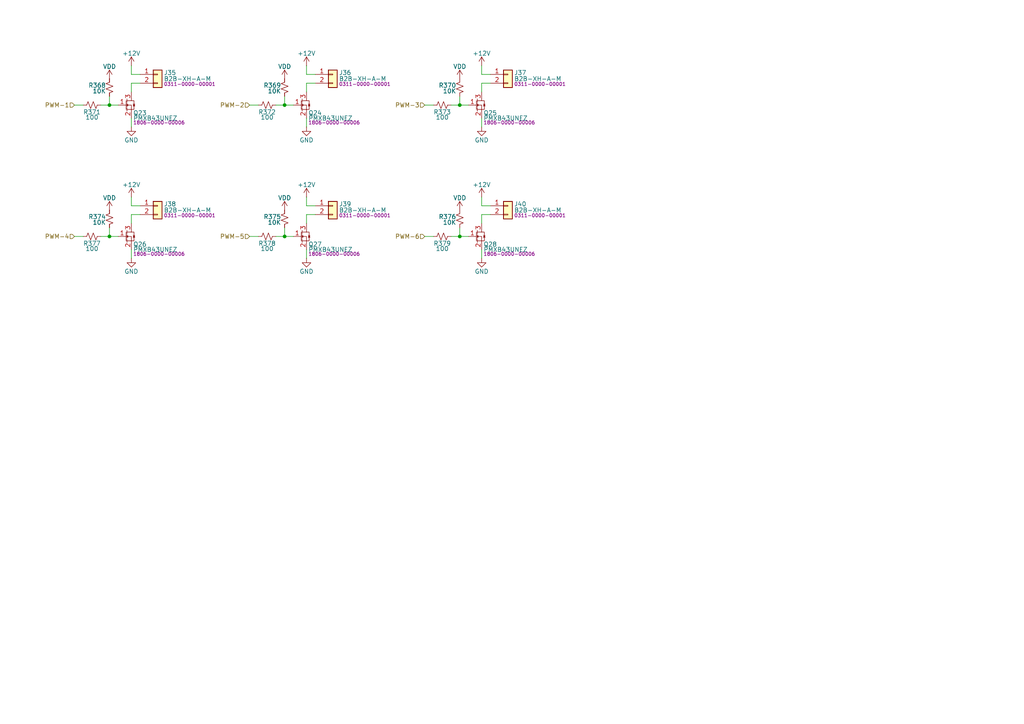
<source format=kicad_sch>
(kicad_sch
	(version 20250114)
	(generator "eeschema")
	(generator_version "9.0")
	(uuid "c9a4337e-4fdd-4170-9e43-12b4d14f273b")
	(paper "A4")
	(title_block
		(title "Benchy Motherboard AM625 - Lighting PWM Channels")
		(rev "REV1")
		(company "Daxxn Industries")
		(comment 4 "Small net labels (≤0.65) are for clarity and do not connect to other nets.")
	)
	(lib_symbols
		(symbol "DX_Connector_JST:B2B-XH-A-M"
			(pin_names
				(offset 1.016)
				(hide yes)
			)
			(exclude_from_sim no)
			(in_bom yes)
			(on_board yes)
			(property "Reference" "J"
				(at 1.778 0.508 0)
				(effects
					(font
						(size 1.27 1.27)
					)
					(justify left)
				)
			)
			(property "Value" "B2B-XH-A-M"
				(at 1.778 -1.27 0)
				(effects
					(font
						(size 1.27 1.27)
					)
					(justify left)
				)
			)
			(property "Footprint" "Daxxn_Connectors_JST:B2B-XH-A"
				(at 0 5.588 0)
				(effects
					(font
						(size 1.27 1.27)
					)
					(hide yes)
				)
			)
			(property "Datasheet" "${DATASHEETS}/eXH.pdf"
				(at 0 2.54 0)
				(effects
					(font
						(size 1.27 1.27)
					)
					(hide yes)
				)
			)
			(property "Description" "CONN HEADER VERT 2POS 2.5MM"
				(at 0 4.064 0)
				(effects
					(font
						(size 1.27 1.27)
					)
					(hide yes)
				)
			)
			(property "PartNumber" "0311-0000-00001"
				(at 1.778 -2.794 0)
				(effects
					(font
						(size 1 1)
					)
					(justify left)
				)
			)
			(property "ki_keywords" "connector jst xh 2pin"
				(at 0 0 0)
				(effects
					(font
						(size 1.27 1.27)
					)
					(hide yes)
				)
			)
			(property "ki_fp_filters" "Connector*:*_1x??_*"
				(at 0 0 0)
				(effects
					(font
						(size 1.27 1.27)
					)
					(hide yes)
				)
			)
			(symbol "B2B-XH-A-M_1_1"
				(rectangle
					(start -1.27 1.27)
					(end 1.27 -3.81)
					(stroke
						(width 0.254)
						(type default)
					)
					(fill
						(type background)
					)
				)
				(rectangle
					(start -1.27 0.127)
					(end 0 -0.127)
					(stroke
						(width 0.1524)
						(type default)
					)
					(fill
						(type none)
					)
				)
				(rectangle
					(start -1.27 -2.413)
					(end 0 -2.667)
					(stroke
						(width 0.1524)
						(type default)
					)
					(fill
						(type none)
					)
				)
				(pin passive line
					(at -5.08 0 0)
					(length 3.81)
					(name "Pin_1"
						(effects
							(font
								(size 1.27 1.27)
							)
						)
					)
					(number "1"
						(effects
							(font
								(size 1.27 1.27)
							)
						)
					)
				)
				(pin passive line
					(at -5.08 -2.54 0)
					(length 3.81)
					(name "Pin_2"
						(effects
							(font
								(size 1.27 1.27)
							)
						)
					)
					(number "2"
						(effects
							(font
								(size 1.27 1.27)
							)
						)
					)
				)
			)
			(embedded_fonts no)
		)
		(symbol "DX_Resistor:RC0402JR-07100RL"
			(pin_numbers
				(hide yes)
			)
			(pin_names
				(offset 0.254)
				(hide yes)
			)
			(exclude_from_sim no)
			(in_bom yes)
			(on_board yes)
			(property "Reference" "R"
				(at 1.016 0.635 0)
				(effects
					(font
						(size 1.27 1.27)
					)
					(justify left)
				)
			)
			(property "Value" "100"
				(at 1.016 -1.016 0)
				(effects
					(font
						(size 1.27 1.27)
					)
					(justify left)
				)
			)
			(property "Footprint" "Daxxn_Standard_Resistors:RES_0402"
				(at 0 5.334 0)
				(effects
					(font
						(size 1.27 1.27)
					)
					(hide yes)
				)
			)
			(property "Datasheet" "${DATASHEETS}/RC-Series.pdf"
				(at 0 6.35 0)
				(effects
					(font
						(size 1.27 1.27)
					)
					(hide yes)
				)
			)
			(property "Description" "RES 100 OHM 5% 1/16W 0402"
				(at 0 3.81 0)
				(effects
					(font
						(size 1.27 1.27)
					)
					(hide yes)
				)
			)
			(property "PartNumber" "0204-0000-00011"
				(at 0 7.874 0)
				(effects
					(font
						(size 1.27 1.27)
					)
					(hide yes)
				)
			)
			(property "ki_keywords" "r resistor daxxn"
				(at 0 0 0)
				(effects
					(font
						(size 1.27 1.27)
					)
					(hide yes)
				)
			)
			(property "ki_fp_filters" "R_*"
				(at 0 0 0)
				(effects
					(font
						(size 1.27 1.27)
					)
					(hide yes)
				)
			)
			(symbol "RC0402JR-07100RL_1_1"
				(polyline
					(pts
						(xy 0 1.524) (xy 1.016 1.143) (xy 0 0.762) (xy -1.016 0.381) (xy 0 0)
					)
					(stroke
						(width 0)
						(type default)
					)
					(fill
						(type none)
					)
				)
				(polyline
					(pts
						(xy 0 0) (xy 1.016 -0.381) (xy 0 -0.762) (xy -1.016 -1.143) (xy 0 -1.524)
					)
					(stroke
						(width 0)
						(type default)
					)
					(fill
						(type none)
					)
				)
				(pin passive line
					(at 0 2.54 270)
					(length 1.016)
					(name "~"
						(effects
							(font
								(size 1.27 1.27)
							)
						)
					)
					(number "1"
						(effects
							(font
								(size 1.27 1.27)
							)
						)
					)
				)
				(pin passive line
					(at 0 -2.54 90)
					(length 1.016)
					(name "~"
						(effects
							(font
								(size 1.27 1.27)
							)
						)
					)
					(number "2"
						(effects
							(font
								(size 1.27 1.27)
							)
						)
					)
				)
			)
			(embedded_fonts no)
		)
		(symbol "DX_Resistor:RC0402JR-0710KL"
			(pin_numbers
				(hide yes)
			)
			(pin_names
				(offset 0.254)
				(hide yes)
			)
			(exclude_from_sim no)
			(in_bom yes)
			(on_board yes)
			(property "Reference" "R"
				(at 1.016 0.635 0)
				(effects
					(font
						(size 1.27 1.27)
					)
					(justify left)
				)
			)
			(property "Value" "10K"
				(at 1.016 -1.016 0)
				(effects
					(font
						(size 1.27 1.27)
					)
					(justify left)
				)
			)
			(property "Footprint" "Daxxn_Standard_Resistors:RES_0402"
				(at 0 5.334 0)
				(effects
					(font
						(size 1.27 1.27)
					)
					(hide yes)
				)
			)
			(property "Datasheet" "${DATASHEETS}/RC-Series.pdf"
				(at 0 6.35 0)
				(effects
					(font
						(size 1.27 1.27)
					)
					(hide yes)
				)
			)
			(property "Description" "RES 10K OHM 5% 1/16W 0402"
				(at 0 3.81 0)
				(effects
					(font
						(size 1.27 1.27)
					)
					(hide yes)
				)
			)
			(property "PartNumber" "0204-0000-00016"
				(at 0 8.128 0)
				(effects
					(font
						(size 1.27 1.27)
					)
					(hide yes)
				)
			)
			(property "ki_keywords" "r resistor daxxn"
				(at 0 0 0)
				(effects
					(font
						(size 1.27 1.27)
					)
					(hide yes)
				)
			)
			(property "ki_fp_filters" "R_*"
				(at 0 0 0)
				(effects
					(font
						(size 1.27 1.27)
					)
					(hide yes)
				)
			)
			(symbol "RC0402JR-0710KL_1_1"
				(polyline
					(pts
						(xy 0 1.524) (xy 1.016 1.143) (xy 0 0.762) (xy -1.016 0.381) (xy 0 0)
					)
					(stroke
						(width 0)
						(type default)
					)
					(fill
						(type none)
					)
				)
				(polyline
					(pts
						(xy 0 0) (xy 1.016 -0.381) (xy 0 -0.762) (xy -1.016 -1.143) (xy 0 -1.524)
					)
					(stroke
						(width 0)
						(type default)
					)
					(fill
						(type none)
					)
				)
				(pin passive line
					(at 0 2.54 270)
					(length 1.016)
					(name "~"
						(effects
							(font
								(size 1.27 1.27)
							)
						)
					)
					(number "1"
						(effects
							(font
								(size 1.27 1.27)
							)
						)
					)
				)
				(pin passive line
					(at 0 -2.54 90)
					(length 1.016)
					(name "~"
						(effects
							(font
								(size 1.27 1.27)
							)
						)
					)
					(number "2"
						(effects
							(font
								(size 1.27 1.27)
							)
						)
					)
				)
			)
			(embedded_fonts no)
		)
		(symbol "DX_Transistor_MOSFET:PMXB43UNEZ"
			(exclude_from_sim no)
			(in_bom yes)
			(on_board yes)
			(property "Reference" "Q"
				(at 2.794 1.778 0)
				(effects
					(font
						(size 1.27 1.27)
					)
					(justify left)
				)
			)
			(property "Value" "PMXB43UNEZ"
				(at 2.794 0 0)
				(effects
					(font
						(size 1.27 1.27)
					)
					(justify left)
				)
			)
			(property "Footprint" "Daxxn_Packages:DFN1010D-3"
				(at 1.27 8.382 0)
				(effects
					(font
						(size 1.27 1.27)
					)
					(hide yes)
				)
			)
			(property "Datasheet" "%LOCAL_DATASHEETS%/PMXB43UNE.pdf"
				(at 1.27 5.842 0)
				(effects
					(font
						(size 1.27 1.27)
					)
					(hide yes)
				)
			)
			(property "Description" "N-Channel 20 V 3.2A (Ta) 400mW (Ta), 8.33W (Tc) Surface Mount DFN1010D-3"
				(at 0 7.112 0)
				(effects
					(font
						(size 1.27 1.27)
					)
					(hide yes)
				)
			)
			(property "PartNumber" "1806-0000-00006"
				(at 2.794 -1.524 0)
				(effects
					(font
						(size 1 1)
					)
					(justify left)
				)
			)
			(property "ki_keywords" "n-ch mosfet fet"
				(at 0 0 0)
				(effects
					(font
						(size 1.27 1.27)
					)
					(hide yes)
				)
			)
			(symbol "PMXB43UNEZ_0_0"
				(pin input line
					(at -2.54 0 0)
					(length 2.25)
					(name "G"
						(effects
							(font
								(size 0 0)
							)
						)
					)
					(number "1"
						(effects
							(font
								(size 1.27 1.27)
							)
						)
					)
				)
				(pin bidirectional line
					(at 1.27 3.81 270)
					(length 2.54)
					(name "D"
						(effects
							(font
								(size 0 0)
							)
						)
					)
					(number "3"
						(effects
							(font
								(size 1.27 1.27)
							)
						)
					)
				)
				(pin bidirectional line
					(at 1.27 -3.81 90)
					(length 2.54)
					(name "S"
						(effects
							(font
								(size 0 0)
							)
						)
					)
					(number "2"
						(effects
							(font
								(size 1.27 1.27)
							)
						)
					)
				)
			)
			(symbol "PMXB43UNEZ_0_1"
				(polyline
					(pts
						(xy -0.254 -1.27) (xy -0.254 1.27)
					)
					(stroke
						(width 0)
						(type default)
					)
					(fill
						(type none)
					)
				)
				(polyline
					(pts
						(xy 0 1.778) (xy 0 0.762)
					)
					(stroke
						(width 0)
						(type default)
					)
					(fill
						(type none)
					)
				)
				(polyline
					(pts
						(xy 0 1.27) (xy 1.27 1.27) (xy 1.27 1.27)
					)
					(stroke
						(width 0)
						(type default)
					)
					(fill
						(type none)
					)
				)
				(polyline
					(pts
						(xy 0 0) (xy 0.254 0.254) (xy 0.254 -0.254) (xy 0 0)
					)
					(stroke
						(width 0)
						(type default)
					)
					(fill
						(type none)
					)
				)
				(polyline
					(pts
						(xy 0 -0.508) (xy 0 0.508)
					)
					(stroke
						(width 0)
						(type default)
					)
					(fill
						(type none)
					)
				)
				(polyline
					(pts
						(xy 0 -1.27) (xy 1.27 -1.27) (xy 1.27 -1.27)
					)
					(stroke
						(width 0)
						(type default)
					)
					(fill
						(type none)
					)
				)
				(polyline
					(pts
						(xy 0 -1.778) (xy 0 -0.762)
					)
					(stroke
						(width 0)
						(type default)
					)
					(fill
						(type none)
					)
				)
				(polyline
					(pts
						(xy 1.27 -1.27) (xy 1.27 0) (xy 0 0)
					)
					(stroke
						(width 0)
						(type default)
					)
					(fill
						(type none)
					)
				)
				(polyline
					(pts
						(xy 1.27 -1.27) (xy 2.032 -1.27) (xy 2.032 1.27) (xy 1.27 1.27)
					)
					(stroke
						(width 0)
						(type default)
					)
					(fill
						(type none)
					)
				)
				(polyline
					(pts
						(xy 1.778 0.254) (xy 2.286 0.254)
					)
					(stroke
						(width 0)
						(type default)
					)
					(fill
						(type none)
					)
				)
				(polyline
					(pts
						(xy 2.032 0.254) (xy 1.778 -0.254) (xy 2.286 -0.254) (xy 2.032 0.254)
					)
					(stroke
						(width 0)
						(type default)
					)
					(fill
						(type outline)
					)
				)
			)
			(embedded_fonts no)
		)
		(symbol "power:+12V"
			(power)
			(pin_numbers
				(hide yes)
			)
			(pin_names
				(offset 0)
				(hide yes)
			)
			(exclude_from_sim no)
			(in_bom yes)
			(on_board yes)
			(property "Reference" "#PWR"
				(at 0 -3.81 0)
				(effects
					(font
						(size 1.27 1.27)
					)
					(hide yes)
				)
			)
			(property "Value" "+12V"
				(at 0 3.556 0)
				(effects
					(font
						(size 1.27 1.27)
					)
				)
			)
			(property "Footprint" ""
				(at 0 0 0)
				(effects
					(font
						(size 1.27 1.27)
					)
					(hide yes)
				)
			)
			(property "Datasheet" ""
				(at 0 0 0)
				(effects
					(font
						(size 1.27 1.27)
					)
					(hide yes)
				)
			)
			(property "Description" "Power symbol creates a global label with name \"+12V\""
				(at 0 0 0)
				(effects
					(font
						(size 1.27 1.27)
					)
					(hide yes)
				)
			)
			(property "ki_keywords" "global power"
				(at 0 0 0)
				(effects
					(font
						(size 1.27 1.27)
					)
					(hide yes)
				)
			)
			(symbol "+12V_0_1"
				(polyline
					(pts
						(xy -0.762 1.27) (xy 0 2.54)
					)
					(stroke
						(width 0)
						(type default)
					)
					(fill
						(type none)
					)
				)
				(polyline
					(pts
						(xy 0 2.54) (xy 0.762 1.27)
					)
					(stroke
						(width 0)
						(type default)
					)
					(fill
						(type none)
					)
				)
				(polyline
					(pts
						(xy 0 0) (xy 0 2.54)
					)
					(stroke
						(width 0)
						(type default)
					)
					(fill
						(type none)
					)
				)
			)
			(symbol "+12V_1_1"
				(pin power_in line
					(at 0 0 90)
					(length 0)
					(name "~"
						(effects
							(font
								(size 1.27 1.27)
							)
						)
					)
					(number "1"
						(effects
							(font
								(size 1.27 1.27)
							)
						)
					)
				)
			)
			(embedded_fonts no)
		)
		(symbol "power:GND"
			(power)
			(pin_numbers
				(hide yes)
			)
			(pin_names
				(offset 0)
				(hide yes)
			)
			(exclude_from_sim no)
			(in_bom yes)
			(on_board yes)
			(property "Reference" "#PWR"
				(at 0 -6.35 0)
				(effects
					(font
						(size 1.27 1.27)
					)
					(hide yes)
				)
			)
			(property "Value" "GND"
				(at 0 -3.81 0)
				(effects
					(font
						(size 1.27 1.27)
					)
				)
			)
			(property "Footprint" ""
				(at 0 0 0)
				(effects
					(font
						(size 1.27 1.27)
					)
					(hide yes)
				)
			)
			(property "Datasheet" ""
				(at 0 0 0)
				(effects
					(font
						(size 1.27 1.27)
					)
					(hide yes)
				)
			)
			(property "Description" "Power symbol creates a global label with name \"GND\" , ground"
				(at 0 0 0)
				(effects
					(font
						(size 1.27 1.27)
					)
					(hide yes)
				)
			)
			(property "ki_keywords" "global power"
				(at 0 0 0)
				(effects
					(font
						(size 1.27 1.27)
					)
					(hide yes)
				)
			)
			(symbol "GND_0_1"
				(polyline
					(pts
						(xy 0 0) (xy 0 -1.27) (xy 1.27 -1.27) (xy 0 -2.54) (xy -1.27 -1.27) (xy 0 -1.27)
					)
					(stroke
						(width 0)
						(type default)
					)
					(fill
						(type none)
					)
				)
			)
			(symbol "GND_1_1"
				(pin power_in line
					(at 0 0 270)
					(length 0)
					(name "~"
						(effects
							(font
								(size 1.27 1.27)
							)
						)
					)
					(number "1"
						(effects
							(font
								(size 1.27 1.27)
							)
						)
					)
				)
			)
			(embedded_fonts no)
		)
		(symbol "power:VDD"
			(power)
			(pin_numbers
				(hide yes)
			)
			(pin_names
				(offset 0)
				(hide yes)
			)
			(exclude_from_sim no)
			(in_bom yes)
			(on_board yes)
			(property "Reference" "#PWR"
				(at 0 -3.81 0)
				(effects
					(font
						(size 1.27 1.27)
					)
					(hide yes)
				)
			)
			(property "Value" "VDD"
				(at 0 3.556 0)
				(effects
					(font
						(size 1.27 1.27)
					)
				)
			)
			(property "Footprint" ""
				(at 0 0 0)
				(effects
					(font
						(size 1.27 1.27)
					)
					(hide yes)
				)
			)
			(property "Datasheet" ""
				(at 0 0 0)
				(effects
					(font
						(size 1.27 1.27)
					)
					(hide yes)
				)
			)
			(property "Description" "Power symbol creates a global label with name \"VDD\""
				(at 0 0 0)
				(effects
					(font
						(size 1.27 1.27)
					)
					(hide yes)
				)
			)
			(property "ki_keywords" "global power"
				(at 0 0 0)
				(effects
					(font
						(size 1.27 1.27)
					)
					(hide yes)
				)
			)
			(symbol "VDD_0_1"
				(polyline
					(pts
						(xy -0.762 1.27) (xy 0 2.54)
					)
					(stroke
						(width 0)
						(type default)
					)
					(fill
						(type none)
					)
				)
				(polyline
					(pts
						(xy 0 2.54) (xy 0.762 1.27)
					)
					(stroke
						(width 0)
						(type default)
					)
					(fill
						(type none)
					)
				)
				(polyline
					(pts
						(xy 0 0) (xy 0 2.54)
					)
					(stroke
						(width 0)
						(type default)
					)
					(fill
						(type none)
					)
				)
			)
			(symbol "VDD_1_1"
				(pin power_in line
					(at 0 0 90)
					(length 0)
					(name "~"
						(effects
							(font
								(size 1.27 1.27)
							)
						)
					)
					(number "1"
						(effects
							(font
								(size 1.27 1.27)
							)
						)
					)
				)
			)
			(embedded_fonts no)
		)
	)
	(junction
		(at 82.55 68.58)
		(diameter 0)
		(color 0 0 0 0)
		(uuid "0bf75790-25a5-4269-ac17-683712e34cd1")
	)
	(junction
		(at 31.75 68.58)
		(diameter 0)
		(color 0 0 0 0)
		(uuid "548415e8-be9b-4a49-ac49-624aa40746ea")
	)
	(junction
		(at 82.55 30.48)
		(diameter 0)
		(color 0 0 0 0)
		(uuid "5739fb23-e64e-4a94-ad91-9866f2ff530e")
	)
	(junction
		(at 133.35 30.48)
		(diameter 0)
		(color 0 0 0 0)
		(uuid "72c68526-0f92-4878-acd0-1f6df3854f14")
	)
	(junction
		(at 31.75 30.48)
		(diameter 0)
		(color 0 0 0 0)
		(uuid "8e7477ef-9d00-420d-b491-91aaaeb00b19")
	)
	(junction
		(at 133.35 68.58)
		(diameter 0)
		(color 0 0 0 0)
		(uuid "c7d1e208-961c-4dfd-89fd-0e9e756dd455")
	)
	(wire
		(pts
			(xy 133.35 66.04) (xy 133.35 68.58)
		)
		(stroke
			(width 0)
			(type default)
		)
		(uuid "001fdedd-ffa3-4e92-8de7-2f4ff1eaa1d3")
	)
	(wire
		(pts
			(xy 38.1 72.39) (xy 38.1 74.93)
		)
		(stroke
			(width 0)
			(type default)
		)
		(uuid "05842af2-4029-42f6-a993-3b6a4b575cbb")
	)
	(wire
		(pts
			(xy 139.7 72.39) (xy 139.7 74.93)
		)
		(stroke
			(width 0)
			(type default)
		)
		(uuid "0b770db0-8bf2-4e99-88f8-5eb63980cd71")
	)
	(wire
		(pts
			(xy 38.1 64.77) (xy 38.1 62.23)
		)
		(stroke
			(width 0)
			(type default)
		)
		(uuid "10e36863-df65-4d78-8849-da9be85cad8f")
	)
	(wire
		(pts
			(xy 139.7 64.77) (xy 139.7 62.23)
		)
		(stroke
			(width 0)
			(type default)
		)
		(uuid "113a4a9e-7359-49d9-af62-040590816951")
	)
	(wire
		(pts
			(xy 29.21 68.58) (xy 31.75 68.58)
		)
		(stroke
			(width 0)
			(type default)
		)
		(uuid "1241c66c-8d93-4e74-9f10-0bb144fd8645")
	)
	(wire
		(pts
			(xy 88.9 24.13) (xy 91.44 24.13)
		)
		(stroke
			(width 0)
			(type default)
		)
		(uuid "214baea7-e312-448b-a35e-d19d8d9e27eb")
	)
	(wire
		(pts
			(xy 82.55 30.48) (xy 85.09 30.48)
		)
		(stroke
			(width 0)
			(type default)
		)
		(uuid "2244442c-ceeb-418a-b907-43838e540e96")
	)
	(wire
		(pts
			(xy 123.19 30.48) (xy 125.73 30.48)
		)
		(stroke
			(width 0)
			(type default)
		)
		(uuid "2b62d441-9225-45ba-bcb9-d14ba9c1fe15")
	)
	(wire
		(pts
			(xy 38.1 34.29) (xy 38.1 36.83)
		)
		(stroke
			(width 0)
			(type default)
		)
		(uuid "2df7d041-0f15-4cf9-9cff-42485b529546")
	)
	(wire
		(pts
			(xy 88.9 34.29) (xy 88.9 36.83)
		)
		(stroke
			(width 0)
			(type default)
		)
		(uuid "30add649-f992-4b0a-a321-799aaa5e3e81")
	)
	(wire
		(pts
			(xy 139.7 62.23) (xy 142.24 62.23)
		)
		(stroke
			(width 0)
			(type default)
		)
		(uuid "30af7019-3d8c-4637-b9a6-51547f258673")
	)
	(wire
		(pts
			(xy 88.9 64.77) (xy 88.9 62.23)
		)
		(stroke
			(width 0)
			(type default)
		)
		(uuid "3e59c0ba-6281-43ee-95d6-639e283de08b")
	)
	(wire
		(pts
			(xy 133.35 68.58) (xy 135.89 68.58)
		)
		(stroke
			(width 0)
			(type default)
		)
		(uuid "407f1723-751b-4037-b5a7-aefcb34c4046")
	)
	(wire
		(pts
			(xy 88.9 19.05) (xy 88.9 21.59)
		)
		(stroke
			(width 0)
			(type default)
		)
		(uuid "40e8b3a8-e289-4797-9eba-c20f0fd40af7")
	)
	(wire
		(pts
			(xy 139.7 19.05) (xy 139.7 21.59)
		)
		(stroke
			(width 0)
			(type default)
		)
		(uuid "42deaef8-0533-454b-a1a0-8e11a870317c")
	)
	(wire
		(pts
			(xy 31.75 27.94) (xy 31.75 30.48)
		)
		(stroke
			(width 0)
			(type default)
		)
		(uuid "4322c182-bddc-40f0-9154-20ffe097d19f")
	)
	(wire
		(pts
			(xy 91.44 59.69) (xy 88.9 59.69)
		)
		(stroke
			(width 0)
			(type default)
		)
		(uuid "4a0b9e17-76e9-4b8c-acce-fed5bb19958d")
	)
	(wire
		(pts
			(xy 40.64 21.59) (xy 38.1 21.59)
		)
		(stroke
			(width 0)
			(type default)
		)
		(uuid "59ead9b5-a2ac-4c7c-95fb-40361cbb709b")
	)
	(wire
		(pts
			(xy 80.01 68.58) (xy 82.55 68.58)
		)
		(stroke
			(width 0)
			(type default)
		)
		(uuid "62422a2e-fa56-45b5-a454-c75e94951e3a")
	)
	(wire
		(pts
			(xy 21.59 68.58) (xy 24.13 68.58)
		)
		(stroke
			(width 0)
			(type default)
		)
		(uuid "68195430-5fba-4dad-a64d-85651e7fc869")
	)
	(wire
		(pts
			(xy 88.9 26.67) (xy 88.9 24.13)
		)
		(stroke
			(width 0)
			(type default)
		)
		(uuid "7402164c-bc64-4d4c-a029-51e064a9f193")
	)
	(wire
		(pts
			(xy 139.7 34.29) (xy 139.7 36.83)
		)
		(stroke
			(width 0)
			(type default)
		)
		(uuid "76408620-e96f-4561-ba23-cf0af8a3a87d")
	)
	(wire
		(pts
			(xy 130.81 30.48) (xy 133.35 30.48)
		)
		(stroke
			(width 0)
			(type default)
		)
		(uuid "77ee73ab-d037-492a-be7e-ee3c31b61f1a")
	)
	(wire
		(pts
			(xy 133.35 27.94) (xy 133.35 30.48)
		)
		(stroke
			(width 0)
			(type default)
		)
		(uuid "88670b98-f8b5-425e-9331-027a9c6441f9")
	)
	(wire
		(pts
			(xy 31.75 66.04) (xy 31.75 68.58)
		)
		(stroke
			(width 0)
			(type default)
		)
		(uuid "8d15e417-97ee-45c1-8623-9f34b7c22ebf")
	)
	(wire
		(pts
			(xy 40.64 59.69) (xy 38.1 59.69)
		)
		(stroke
			(width 0)
			(type default)
		)
		(uuid "93e56103-ba41-4af5-a338-e4c86a07ee7f")
	)
	(wire
		(pts
			(xy 82.55 66.04) (xy 82.55 68.58)
		)
		(stroke
			(width 0)
			(type default)
		)
		(uuid "943ff474-103f-4b15-9edd-7bfeb86be996")
	)
	(wire
		(pts
			(xy 82.55 68.58) (xy 85.09 68.58)
		)
		(stroke
			(width 0)
			(type default)
		)
		(uuid "a720cbc3-fce9-4733-a490-a401c3a2363e")
	)
	(wire
		(pts
			(xy 80.01 30.48) (xy 82.55 30.48)
		)
		(stroke
			(width 0)
			(type default)
		)
		(uuid "a94a94ff-aff3-40b1-9c1b-cfa355efc441")
	)
	(wire
		(pts
			(xy 91.44 21.59) (xy 88.9 21.59)
		)
		(stroke
			(width 0)
			(type default)
		)
		(uuid "aa4072a3-27fe-4048-9c32-3ac2dd3e900b")
	)
	(wire
		(pts
			(xy 133.35 30.48) (xy 135.89 30.48)
		)
		(stroke
			(width 0)
			(type default)
		)
		(uuid "ae573db1-ec1d-4d6b-8b0c-f72853620621")
	)
	(wire
		(pts
			(xy 88.9 62.23) (xy 91.44 62.23)
		)
		(stroke
			(width 0)
			(type default)
		)
		(uuid "afaa2cea-3ddc-4551-8eb1-1f94b57c12b3")
	)
	(wire
		(pts
			(xy 38.1 24.13) (xy 40.64 24.13)
		)
		(stroke
			(width 0)
			(type default)
		)
		(uuid "b392672a-d884-481b-90e3-16c7908f7eb0")
	)
	(wire
		(pts
			(xy 38.1 62.23) (xy 40.64 62.23)
		)
		(stroke
			(width 0)
			(type default)
		)
		(uuid "b628d4f8-735a-4a7f-be8a-e1e19376529a")
	)
	(wire
		(pts
			(xy 38.1 26.67) (xy 38.1 24.13)
		)
		(stroke
			(width 0)
			(type default)
		)
		(uuid "b8167e97-9a52-40f4-90ff-f55627bfde3d")
	)
	(wire
		(pts
			(xy 139.7 26.67) (xy 139.7 24.13)
		)
		(stroke
			(width 0)
			(type default)
		)
		(uuid "bbb60ac0-507e-4fe0-ae13-0e569642947e")
	)
	(wire
		(pts
			(xy 142.24 21.59) (xy 139.7 21.59)
		)
		(stroke
			(width 0)
			(type default)
		)
		(uuid "c025b030-f9a6-464f-84d7-0d106a5f3dc0")
	)
	(wire
		(pts
			(xy 72.39 30.48) (xy 74.93 30.48)
		)
		(stroke
			(width 0)
			(type default)
		)
		(uuid "c1d4c49b-595e-4c83-8425-fb5a52f1fbbe")
	)
	(wire
		(pts
			(xy 72.39 68.58) (xy 74.93 68.58)
		)
		(stroke
			(width 0)
			(type default)
		)
		(uuid "c30e8062-d399-40a3-abb1-4b3dacad7123")
	)
	(wire
		(pts
			(xy 29.21 30.48) (xy 31.75 30.48)
		)
		(stroke
			(width 0)
			(type default)
		)
		(uuid "ca234e2c-3ea5-4910-b30e-299029315ad4")
	)
	(wire
		(pts
			(xy 82.55 27.94) (xy 82.55 30.48)
		)
		(stroke
			(width 0)
			(type default)
		)
		(uuid "ccb3373c-db39-42d2-b561-9fb4ffc0d636")
	)
	(wire
		(pts
			(xy 31.75 30.48) (xy 34.29 30.48)
		)
		(stroke
			(width 0)
			(type default)
		)
		(uuid "cd78bcf8-96b8-4c6b-a875-99811f52c962")
	)
	(wire
		(pts
			(xy 88.9 72.39) (xy 88.9 74.93)
		)
		(stroke
			(width 0)
			(type default)
		)
		(uuid "cf06f5c1-8381-4df5-99a7-993f170925d8")
	)
	(wire
		(pts
			(xy 21.59 30.48) (xy 24.13 30.48)
		)
		(stroke
			(width 0)
			(type default)
		)
		(uuid "cff5f766-f5b2-4113-b79b-f277811ed9ac")
	)
	(wire
		(pts
			(xy 139.7 24.13) (xy 142.24 24.13)
		)
		(stroke
			(width 0)
			(type default)
		)
		(uuid "d4e9b665-7fea-4fe3-bde7-b5c82cfece4b")
	)
	(wire
		(pts
			(xy 142.24 59.69) (xy 139.7 59.69)
		)
		(stroke
			(width 0)
			(type default)
		)
		(uuid "d67a7bb8-b17a-462b-b07f-25f7428529f2")
	)
	(wire
		(pts
			(xy 123.19 68.58) (xy 125.73 68.58)
		)
		(stroke
			(width 0)
			(type default)
		)
		(uuid "d8de1eda-1e73-4f3d-9816-21c3eaa00f41")
	)
	(wire
		(pts
			(xy 88.9 57.15) (xy 88.9 59.69)
		)
		(stroke
			(width 0)
			(type default)
		)
		(uuid "da55ae03-d18c-4f70-babb-8a6e2e2587bc")
	)
	(wire
		(pts
			(xy 139.7 57.15) (xy 139.7 59.69)
		)
		(stroke
			(width 0)
			(type default)
		)
		(uuid "daa0af64-6f38-4e99-a133-1be69ec2aab5")
	)
	(wire
		(pts
			(xy 31.75 68.58) (xy 34.29 68.58)
		)
		(stroke
			(width 0)
			(type default)
		)
		(uuid "eaa0a6c7-6fef-4d5b-9a14-b39e4ed7599d")
	)
	(wire
		(pts
			(xy 38.1 19.05) (xy 38.1 21.59)
		)
		(stroke
			(width 0)
			(type default)
		)
		(uuid "f72fd46d-127c-4bf9-9893-55c4b48ff48c")
	)
	(wire
		(pts
			(xy 130.81 68.58) (xy 133.35 68.58)
		)
		(stroke
			(width 0)
			(type default)
		)
		(uuid "f9d68a8f-856c-426c-84df-d04b97c63a4f")
	)
	(wire
		(pts
			(xy 38.1 57.15) (xy 38.1 59.69)
		)
		(stroke
			(width 0)
			(type default)
		)
		(uuid "fa0e84fb-b0f7-4bc6-87e5-6c747b258a09")
	)
	(hierarchical_label "PWM-1"
		(shape input)
		(at 21.59 30.48 180)
		(effects
			(font
				(size 1.27 1.27)
			)
			(justify right)
		)
		(uuid "02d3e0de-7c02-451b-ad7f-1c393b28f040")
	)
	(hierarchical_label "PWM-3"
		(shape input)
		(at 123.19 30.48 180)
		(effects
			(font
				(size 1.27 1.27)
			)
			(justify right)
		)
		(uuid "4ea19207-dc1f-41ca-91c8-f679a3d2caa9")
	)
	(hierarchical_label "PWM-2"
		(shape input)
		(at 72.39 30.48 180)
		(effects
			(font
				(size 1.27 1.27)
			)
			(justify right)
		)
		(uuid "522b75b4-e9a4-4b86-aa18-f22c355b6775")
	)
	(hierarchical_label "PWM-4"
		(shape input)
		(at 21.59 68.58 180)
		(effects
			(font
				(size 1.27 1.27)
			)
			(justify right)
		)
		(uuid "708716ff-ede3-4815-94f9-6b7c2870e646")
	)
	(hierarchical_label "PWM-6"
		(shape input)
		(at 123.19 68.58 180)
		(effects
			(font
				(size 1.27 1.27)
			)
			(justify right)
		)
		(uuid "84bf9a55-6cba-4bc3-82a8-0372d7b2d791")
	)
	(hierarchical_label "PWM-5"
		(shape input)
		(at 72.39 68.58 180)
		(effects
			(font
				(size 1.27 1.27)
			)
			(justify right)
		)
		(uuid "9d37d0af-424f-413d-855f-e481dd54f3aa")
	)
	(symbol
		(lib_id "power:+12V")
		(at 88.9 19.05 0)
		(unit 1)
		(exclude_from_sim no)
		(in_bom yes)
		(on_board yes)
		(dnp no)
		(uuid "082e5083-673b-4e51-8342-4b7a2d1bcd7c")
		(property "Reference" "#PWR0571"
			(at 88.9 22.86 0)
			(effects
				(font
					(size 1.27 1.27)
				)
				(hide yes)
			)
		)
		(property "Value" "+12V"
			(at 88.9 15.494 0)
			(effects
				(font
					(size 1.27 1.27)
				)
			)
		)
		(property "Footprint" ""
			(at 88.9 19.05 0)
			(effects
				(font
					(size 1.27 1.27)
				)
				(hide yes)
			)
		)
		(property "Datasheet" ""
			(at 88.9 19.05 0)
			(effects
				(font
					(size 1.27 1.27)
				)
				(hide yes)
			)
		)
		(property "Description" "Power symbol creates a global label with name \"+12V\""
			(at 88.9 19.05 0)
			(effects
				(font
					(size 1.27 1.27)
				)
				(hide yes)
			)
		)
		(pin "1"
			(uuid "6a9f43d3-a2b2-40e3-9570-2646fc221c73")
		)
		(instances
			(project "BenchyMotherBoard-AM625"
				(path "/7184a1e6-58da-49c8-8a6c-ea31385ec956/8494b7c1-cb3d-49c1-ba37-1630d97ce06f/1043e49a-55b6-489c-9ffc-811232fc675b"
					(reference "#PWR0571")
					(unit 1)
				)
			)
		)
	)
	(symbol
		(lib_id "power:VDD")
		(at 133.35 60.96 0)
		(unit 1)
		(exclude_from_sim no)
		(in_bom yes)
		(on_board yes)
		(dnp no)
		(uuid "0b471ddd-691c-4b20-8238-cfaac5992881")
		(property "Reference" "#PWR0584"
			(at 133.35 64.77 0)
			(effects
				(font
					(size 1.27 1.27)
				)
				(hide yes)
			)
		)
		(property "Value" "VDD"
			(at 133.35 57.404 0)
			(effects
				(font
					(size 1.27 1.27)
				)
			)
		)
		(property "Footprint" ""
			(at 133.35 60.96 0)
			(effects
				(font
					(size 1.27 1.27)
				)
				(hide yes)
			)
		)
		(property "Datasheet" ""
			(at 133.35 60.96 0)
			(effects
				(font
					(size 1.27 1.27)
				)
				(hide yes)
			)
		)
		(property "Description" "Power symbol creates a global label with name \"VDD\""
			(at 133.35 60.96 0)
			(effects
				(font
					(size 1.27 1.27)
				)
				(hide yes)
			)
		)
		(pin "1"
			(uuid "16132296-e178-4626-8656-b82a1da627a7")
		)
		(instances
			(project "BenchyMotherBoard-AM625"
				(path "/7184a1e6-58da-49c8-8a6c-ea31385ec956/8494b7c1-cb3d-49c1-ba37-1630d97ce06f/1043e49a-55b6-489c-9ffc-811232fc675b"
					(reference "#PWR0584")
					(unit 1)
				)
			)
		)
	)
	(symbol
		(lib_id "power:VDD")
		(at 82.55 22.86 0)
		(unit 1)
		(exclude_from_sim no)
		(in_bom yes)
		(on_board yes)
		(dnp no)
		(uuid "0ee33d45-a1d7-4c6f-abc8-e4a64025c5b2")
		(property "Reference" "#PWR0574"
			(at 82.55 26.67 0)
			(effects
				(font
					(size 1.27 1.27)
				)
				(hide yes)
			)
		)
		(property "Value" "VDD"
			(at 82.55 19.304 0)
			(effects
				(font
					(size 1.27 1.27)
				)
			)
		)
		(property "Footprint" ""
			(at 82.55 22.86 0)
			(effects
				(font
					(size 1.27 1.27)
				)
				(hide yes)
			)
		)
		(property "Datasheet" ""
			(at 82.55 22.86 0)
			(effects
				(font
					(size 1.27 1.27)
				)
				(hide yes)
			)
		)
		(property "Description" "Power symbol creates a global label with name \"VDD\""
			(at 82.55 22.86 0)
			(effects
				(font
					(size 1.27 1.27)
				)
				(hide yes)
			)
		)
		(pin "1"
			(uuid "397f772e-0782-49d1-804c-67d5ada6c136")
		)
		(instances
			(project "BenchyMotherBoard-AM625"
				(path "/7184a1e6-58da-49c8-8a6c-ea31385ec956/8494b7c1-cb3d-49c1-ba37-1630d97ce06f/1043e49a-55b6-489c-9ffc-811232fc675b"
					(reference "#PWR0574")
					(unit 1)
				)
			)
		)
	)
	(symbol
		(lib_id "power:GND")
		(at 38.1 36.83 0)
		(unit 1)
		(exclude_from_sim no)
		(in_bom yes)
		(on_board yes)
		(dnp no)
		(uuid "133691c1-1f27-4a9f-8846-1f102e61b4fd")
		(property "Reference" "#PWR0576"
			(at 38.1 43.18 0)
			(effects
				(font
					(size 1.27 1.27)
				)
				(hide yes)
			)
		)
		(property "Value" "GND"
			(at 38.1 40.64 0)
			(effects
				(font
					(size 1.27 1.27)
				)
			)
		)
		(property "Footprint" ""
			(at 38.1 36.83 0)
			(effects
				(font
					(size 1.27 1.27)
				)
				(hide yes)
			)
		)
		(property "Datasheet" ""
			(at 38.1 36.83 0)
			(effects
				(font
					(size 1.27 1.27)
				)
				(hide yes)
			)
		)
		(property "Description" "Power symbol creates a global label with name \"GND\" , ground"
			(at 38.1 36.83 0)
			(effects
				(font
					(size 1.27 1.27)
				)
				(hide yes)
			)
		)
		(pin "1"
			(uuid "72fad1c6-c74b-471c-be46-b7731352f909")
		)
		(instances
			(project "BenchyMotherBoard-AM625"
				(path "/7184a1e6-58da-49c8-8a6c-ea31385ec956/8494b7c1-cb3d-49c1-ba37-1630d97ce06f/1043e49a-55b6-489c-9ffc-811232fc675b"
					(reference "#PWR0576")
					(unit 1)
				)
			)
		)
	)
	(symbol
		(lib_id "DX_Transistor_MOSFET:PMXB43UNEZ")
		(at 138.43 30.48 0)
		(unit 1)
		(exclude_from_sim no)
		(in_bom yes)
		(on_board yes)
		(dnp no)
		(uuid "15e2a6fe-aeb0-4279-ad89-fa58928c22df")
		(property "Reference" "Q25"
			(at 140.208 32.766 0)
			(effects
				(font
					(size 1.27 1.27)
				)
				(justify left)
			)
		)
		(property "Value" "PMXB43UNEZ"
			(at 140.208 34.29 0)
			(effects
				(font
					(size 1.27 1.27)
				)
				(justify left)
			)
		)
		(property "Footprint" "Daxxn_Packages:DFN1010D-3"
			(at 139.7 22.098 0)
			(effects
				(font
					(size 1.27 1.27)
				)
				(hide yes)
			)
		)
		(property "Datasheet" "%LOCAL_DATASHEETS%/PMXB43UNE.pdf"
			(at 139.7 24.638 0)
			(effects
				(font
					(size 1.27 1.27)
				)
				(hide yes)
			)
		)
		(property "Description" "N-Channel 20 V 3.2A (Ta) 400mW (Ta), 8.33W (Tc) Surface Mount DFN1010D-3"
			(at 138.43 23.368 0)
			(effects
				(font
					(size 1.27 1.27)
				)
				(hide yes)
			)
		)
		(property "PartNumber" "1806-0000-00006"
			(at 140.208 35.56 0)
			(effects
				(font
					(size 1 1)
				)
				(justify left)
			)
		)
		(pin "3"
			(uuid "2fbfd568-0cbe-4847-991d-3cbedf9e38ee")
		)
		(pin "1"
			(uuid "10575f7b-dee7-4bc5-8886-1e95fc489594")
		)
		(pin "2"
			(uuid "66a703f8-6d5d-4572-8b9f-b80ad11a099b")
		)
		(instances
			(project "BenchyMotherBoard-AM625"
				(path "/7184a1e6-58da-49c8-8a6c-ea31385ec956/8494b7c1-cb3d-49c1-ba37-1630d97ce06f/1043e49a-55b6-489c-9ffc-811232fc675b"
					(reference "Q25")
					(unit 1)
				)
			)
		)
	)
	(symbol
		(lib_id "power:+12V")
		(at 139.7 57.15 0)
		(unit 1)
		(exclude_from_sim no)
		(in_bom yes)
		(on_board yes)
		(dnp no)
		(uuid "1b736f93-96a3-44fe-8280-e3648e9ff332")
		(property "Reference" "#PWR0581"
			(at 139.7 60.96 0)
			(effects
				(font
					(size 1.27 1.27)
				)
				(hide yes)
			)
		)
		(property "Value" "+12V"
			(at 139.7 53.594 0)
			(effects
				(font
					(size 1.27 1.27)
				)
			)
		)
		(property "Footprint" ""
			(at 139.7 57.15 0)
			(effects
				(font
					(size 1.27 1.27)
				)
				(hide yes)
			)
		)
		(property "Datasheet" ""
			(at 139.7 57.15 0)
			(effects
				(font
					(size 1.27 1.27)
				)
				(hide yes)
			)
		)
		(property "Description" "Power symbol creates a global label with name \"+12V\""
			(at 139.7 57.15 0)
			(effects
				(font
					(size 1.27 1.27)
				)
				(hide yes)
			)
		)
		(pin "1"
			(uuid "08ec0723-1783-4f98-89f9-4ee0e5c16ace")
		)
		(instances
			(project "BenchyMotherBoard-AM625"
				(path "/7184a1e6-58da-49c8-8a6c-ea31385ec956/8494b7c1-cb3d-49c1-ba37-1630d97ce06f/1043e49a-55b6-489c-9ffc-811232fc675b"
					(reference "#PWR0581")
					(unit 1)
				)
			)
		)
	)
	(symbol
		(lib_id "DX_Transistor_MOSFET:PMXB43UNEZ")
		(at 36.83 68.58 0)
		(unit 1)
		(exclude_from_sim no)
		(in_bom yes)
		(on_board yes)
		(dnp no)
		(uuid "226157dc-5d45-447b-a454-e696bb4e32be")
		(property "Reference" "Q26"
			(at 38.608 70.866 0)
			(effects
				(font
					(size 1.27 1.27)
				)
				(justify left)
			)
		)
		(property "Value" "PMXB43UNEZ"
			(at 38.608 72.39 0)
			(effects
				(font
					(size 1.27 1.27)
				)
				(justify left)
			)
		)
		(property "Footprint" "Daxxn_Packages:DFN1010D-3"
			(at 38.1 60.198 0)
			(effects
				(font
					(size 1.27 1.27)
				)
				(hide yes)
			)
		)
		(property "Datasheet" "%LOCAL_DATASHEETS%/PMXB43UNE.pdf"
			(at 38.1 62.738 0)
			(effects
				(font
					(size 1.27 1.27)
				)
				(hide yes)
			)
		)
		(property "Description" "N-Channel 20 V 3.2A (Ta) 400mW (Ta), 8.33W (Tc) Surface Mount DFN1010D-3"
			(at 36.83 61.468 0)
			(effects
				(font
					(size 1.27 1.27)
				)
				(hide yes)
			)
		)
		(property "PartNumber" "1806-0000-00006"
			(at 38.608 73.66 0)
			(effects
				(font
					(size 1 1)
				)
				(justify left)
			)
		)
		(pin "3"
			(uuid "59fab9d5-24ac-4e61-8b34-40a2db7d9256")
		)
		(pin "1"
			(uuid "d54e0f7a-98fb-421a-8abe-860b91efe405")
		)
		(pin "2"
			(uuid "fed41028-a2b5-4d0a-a987-13ee9b204437")
		)
		(instances
			(project "BenchyMotherBoard-AM625"
				(path "/7184a1e6-58da-49c8-8a6c-ea31385ec956/8494b7c1-cb3d-49c1-ba37-1630d97ce06f/1043e49a-55b6-489c-9ffc-811232fc675b"
					(reference "Q26")
					(unit 1)
				)
			)
		)
	)
	(symbol
		(lib_id "DX_Resistor:RC0402JR-07100RL")
		(at 128.27 68.58 90)
		(unit 1)
		(exclude_from_sim no)
		(in_bom yes)
		(on_board yes)
		(dnp no)
		(uuid "27de8985-d4f6-4da0-8e1f-b0330bd869ce")
		(property "Reference" "R379"
			(at 128.27 70.612 90)
			(effects
				(font
					(size 1.27 1.27)
				)
			)
		)
		(property "Value" "100"
			(at 128.27 72.136 90)
			(effects
				(font
					(size 1.27 1.27)
				)
			)
		)
		(property "Footprint" "Daxxn_Standard_Resistors:RES_0402"
			(at 122.936 68.58 0)
			(effects
				(font
					(size 1.27 1.27)
				)
				(hide yes)
			)
		)
		(property "Datasheet" "${DATASHEETS}/RC-Series.pdf"
			(at 121.92 68.58 0)
			(effects
				(font
					(size 1.27 1.27)
				)
				(hide yes)
			)
		)
		(property "Description" "RES 100 OHM 5% 1/16W 0402"
			(at 124.46 68.58 0)
			(effects
				(font
					(size 1.27 1.27)
				)
				(hide yes)
			)
		)
		(property "PartNumber" "0204-0000-00011"
			(at 120.396 68.58 0)
			(effects
				(font
					(size 1.27 1.27)
				)
				(hide yes)
			)
		)
		(pin "2"
			(uuid "37cfc127-7739-45e4-91e3-e3e134bc5169")
		)
		(pin "1"
			(uuid "7ec9f0dd-b9b7-464d-8871-214865a3e1b9")
		)
		(instances
			(project "BenchyMotherBoard-AM625"
				(path "/7184a1e6-58da-49c8-8a6c-ea31385ec956/8494b7c1-cb3d-49c1-ba37-1630d97ce06f/1043e49a-55b6-489c-9ffc-811232fc675b"
					(reference "R379")
					(unit 1)
				)
			)
		)
	)
	(symbol
		(lib_id "DX_Transistor_MOSFET:PMXB43UNEZ")
		(at 87.63 30.48 0)
		(unit 1)
		(exclude_from_sim no)
		(in_bom yes)
		(on_board yes)
		(dnp no)
		(uuid "2bcaf5c3-e352-43bf-94b0-c2021f6a3806")
		(property "Reference" "Q24"
			(at 89.408 32.766 0)
			(effects
				(font
					(size 1.27 1.27)
				)
				(justify left)
			)
		)
		(property "Value" "PMXB43UNEZ"
			(at 89.408 34.29 0)
			(effects
				(font
					(size 1.27 1.27)
				)
				(justify left)
			)
		)
		(property "Footprint" "Daxxn_Packages:DFN1010D-3"
			(at 88.9 22.098 0)
			(effects
				(font
					(size 1.27 1.27)
				)
				(hide yes)
			)
		)
		(property "Datasheet" "%LOCAL_DATASHEETS%/PMXB43UNE.pdf"
			(at 88.9 24.638 0)
			(effects
				(font
					(size 1.27 1.27)
				)
				(hide yes)
			)
		)
		(property "Description" "N-Channel 20 V 3.2A (Ta) 400mW (Ta), 8.33W (Tc) Surface Mount DFN1010D-3"
			(at 87.63 23.368 0)
			(effects
				(font
					(size 1.27 1.27)
				)
				(hide yes)
			)
		)
		(property "PartNumber" "1806-0000-00006"
			(at 89.408 35.56 0)
			(effects
				(font
					(size 1 1)
				)
				(justify left)
			)
		)
		(pin "3"
			(uuid "84460b95-680c-4af8-a641-e84a8f7532e6")
		)
		(pin "1"
			(uuid "39aa027d-4815-4e4f-8816-3760e8824ba8")
		)
		(pin "2"
			(uuid "b6289ef0-b514-4693-8ec6-bd8d08b002df")
		)
		(instances
			(project "BenchyMotherBoard-AM625"
				(path "/7184a1e6-58da-49c8-8a6c-ea31385ec956/8494b7c1-cb3d-49c1-ba37-1630d97ce06f/1043e49a-55b6-489c-9ffc-811232fc675b"
					(reference "Q24")
					(unit 1)
				)
			)
		)
	)
	(symbol
		(lib_id "power:VDD")
		(at 31.75 60.96 0)
		(unit 1)
		(exclude_from_sim no)
		(in_bom yes)
		(on_board yes)
		(dnp no)
		(uuid "34a6c657-8890-4e18-978b-676b48159351")
		(property "Reference" "#PWR0582"
			(at 31.75 64.77 0)
			(effects
				(font
					(size 1.27 1.27)
				)
				(hide yes)
			)
		)
		(property "Value" "VDD"
			(at 31.75 57.404 0)
			(effects
				(font
					(size 1.27 1.27)
				)
			)
		)
		(property "Footprint" ""
			(at 31.75 60.96 0)
			(effects
				(font
					(size 1.27 1.27)
				)
				(hide yes)
			)
		)
		(property "Datasheet" ""
			(at 31.75 60.96 0)
			(effects
				(font
					(size 1.27 1.27)
				)
				(hide yes)
			)
		)
		(property "Description" "Power symbol creates a global label with name \"VDD\""
			(at 31.75 60.96 0)
			(effects
				(font
					(size 1.27 1.27)
				)
				(hide yes)
			)
		)
		(pin "1"
			(uuid "ac5bb0b5-7671-4fd2-9453-3e868db32bb8")
		)
		(instances
			(project "BenchyMotherBoard-AM625"
				(path "/7184a1e6-58da-49c8-8a6c-ea31385ec956/8494b7c1-cb3d-49c1-ba37-1630d97ce06f/1043e49a-55b6-489c-9ffc-811232fc675b"
					(reference "#PWR0582")
					(unit 1)
				)
			)
		)
	)
	(symbol
		(lib_id "power:GND")
		(at 139.7 74.93 0)
		(unit 1)
		(exclude_from_sim no)
		(in_bom yes)
		(on_board yes)
		(dnp no)
		(uuid "36c14593-6049-4db7-a416-9fdf615281c2")
		(property "Reference" "#PWR0587"
			(at 139.7 81.28 0)
			(effects
				(font
					(size 1.27 1.27)
				)
				(hide yes)
			)
		)
		(property "Value" "GND"
			(at 139.7 78.74 0)
			(effects
				(font
					(size 1.27 1.27)
				)
			)
		)
		(property "Footprint" ""
			(at 139.7 74.93 0)
			(effects
				(font
					(size 1.27 1.27)
				)
				(hide yes)
			)
		)
		(property "Datasheet" ""
			(at 139.7 74.93 0)
			(effects
				(font
					(size 1.27 1.27)
				)
				(hide yes)
			)
		)
		(property "Description" "Power symbol creates a global label with name \"GND\" , ground"
			(at 139.7 74.93 0)
			(effects
				(font
					(size 1.27 1.27)
				)
				(hide yes)
			)
		)
		(pin "1"
			(uuid "3d718d92-12bf-4823-8395-800cb436c271")
		)
		(instances
			(project "BenchyMotherBoard-AM625"
				(path "/7184a1e6-58da-49c8-8a6c-ea31385ec956/8494b7c1-cb3d-49c1-ba37-1630d97ce06f/1043e49a-55b6-489c-9ffc-811232fc675b"
					(reference "#PWR0587")
					(unit 1)
				)
			)
		)
	)
	(symbol
		(lib_id "DX_Connector_JST:B2B-XH-A-M")
		(at 147.32 21.59 0)
		(unit 1)
		(exclude_from_sim no)
		(in_bom yes)
		(on_board yes)
		(dnp no)
		(uuid "38081271-0743-495f-987a-a25ad20452f7")
		(property "Reference" "J37"
			(at 149.098 21.082 0)
			(effects
				(font
					(size 1.27 1.27)
				)
				(justify left)
			)
		)
		(property "Value" "B2B-XH-A-M"
			(at 149.098 22.86 0)
			(effects
				(font
					(size 1.27 1.27)
				)
				(justify left)
			)
		)
		(property "Footprint" "Daxxn_Connectors_JST:B2B-XH-A"
			(at 147.32 16.002 0)
			(effects
				(font
					(size 1.27 1.27)
				)
				(hide yes)
			)
		)
		(property "Datasheet" "${DATASHEETS}/eXH.pdf"
			(at 147.32 19.05 0)
			(effects
				(font
					(size 1.27 1.27)
				)
				(hide yes)
			)
		)
		(property "Description" "CONN HEADER VERT 2POS 2.5MM"
			(at 147.32 17.526 0)
			(effects
				(font
					(size 1.27 1.27)
				)
				(hide yes)
			)
		)
		(property "PartNumber" "0311-0000-00001"
			(at 149.098 24.384 0)
			(effects
				(font
					(size 1 1)
				)
				(justify left)
			)
		)
		(pin "1"
			(uuid "b335eefa-ec9e-479c-90d6-6c4b4758eb67")
		)
		(pin "2"
			(uuid "d52505df-a916-4efd-9913-3c3ff2dc9d7d")
		)
		(instances
			(project "BenchyMotherBoard-AM625"
				(path "/7184a1e6-58da-49c8-8a6c-ea31385ec956/8494b7c1-cb3d-49c1-ba37-1630d97ce06f/1043e49a-55b6-489c-9ffc-811232fc675b"
					(reference "J37")
					(unit 1)
				)
			)
		)
	)
	(symbol
		(lib_id "DX_Resistor:RC0402JR-0710KL")
		(at 31.75 63.5 0)
		(mirror y)
		(unit 1)
		(exclude_from_sim no)
		(in_bom yes)
		(on_board yes)
		(dnp no)
		(uuid "43bae5d9-2d13-476a-84e0-8cfb65b719f7")
		(property "Reference" "R374"
			(at 30.734 62.865 0)
			(effects
				(font
					(size 1.27 1.27)
				)
				(justify left)
			)
		)
		(property "Value" "10K"
			(at 30.734 64.516 0)
			(effects
				(font
					(size 1.27 1.27)
				)
				(justify left)
			)
		)
		(property "Footprint" "Daxxn_Standard_Resistors:RES_0402"
			(at 31.75 58.166 0)
			(effects
				(font
					(size 1.27 1.27)
				)
				(hide yes)
			)
		)
		(property "Datasheet" "${DATASHEETS}/RC-Series.pdf"
			(at 31.75 57.15 0)
			(effects
				(font
					(size 1.27 1.27)
				)
				(hide yes)
			)
		)
		(property "Description" "RES 10K OHM 5% 1/16W 0402"
			(at 31.75 59.69 0)
			(effects
				(font
					(size 1.27 1.27)
				)
				(hide yes)
			)
		)
		(property "PartNumber" "0204-0000-00016"
			(at 31.75 55.372 0)
			(effects
				(font
					(size 1.27 1.27)
				)
				(hide yes)
			)
		)
		(pin "2"
			(uuid "a71c62b4-58bb-4622-9087-a2856a200c05")
		)
		(pin "1"
			(uuid "fbd31ae3-7d64-473e-bfc1-84bd72af7895")
		)
		(instances
			(project "BenchyMotherBoard-AM625"
				(path "/7184a1e6-58da-49c8-8a6c-ea31385ec956/8494b7c1-cb3d-49c1-ba37-1630d97ce06f/1043e49a-55b6-489c-9ffc-811232fc675b"
					(reference "R374")
					(unit 1)
				)
			)
		)
	)
	(symbol
		(lib_id "power:+12V")
		(at 38.1 57.15 0)
		(unit 1)
		(exclude_from_sim no)
		(in_bom yes)
		(on_board yes)
		(dnp no)
		(uuid "45c425ab-6f09-4f0c-96c5-71482feed824")
		(property "Reference" "#PWR0579"
			(at 38.1 60.96 0)
			(effects
				(font
					(size 1.27 1.27)
				)
				(hide yes)
			)
		)
		(property "Value" "+12V"
			(at 38.1 53.594 0)
			(effects
				(font
					(size 1.27 1.27)
				)
			)
		)
		(property "Footprint" ""
			(at 38.1 57.15 0)
			(effects
				(font
					(size 1.27 1.27)
				)
				(hide yes)
			)
		)
		(property "Datasheet" ""
			(at 38.1 57.15 0)
			(effects
				(font
					(size 1.27 1.27)
				)
				(hide yes)
			)
		)
		(property "Description" "Power symbol creates a global label with name \"+12V\""
			(at 38.1 57.15 0)
			(effects
				(font
					(size 1.27 1.27)
				)
				(hide yes)
			)
		)
		(pin "1"
			(uuid "b197069d-d5cf-41d4-8e82-512edd4adbf1")
		)
		(instances
			(project "BenchyMotherBoard-AM625"
				(path "/7184a1e6-58da-49c8-8a6c-ea31385ec956/8494b7c1-cb3d-49c1-ba37-1630d97ce06f/1043e49a-55b6-489c-9ffc-811232fc675b"
					(reference "#PWR0579")
					(unit 1)
				)
			)
		)
	)
	(symbol
		(lib_id "DX_Connector_JST:B2B-XH-A-M")
		(at 45.72 21.59 0)
		(unit 1)
		(exclude_from_sim no)
		(in_bom yes)
		(on_board yes)
		(dnp no)
		(uuid "49d4a829-1865-4510-a56c-b835b2e2fcac")
		(property "Reference" "J35"
			(at 47.498 21.082 0)
			(effects
				(font
					(size 1.27 1.27)
				)
				(justify left)
			)
		)
		(property "Value" "B2B-XH-A-M"
			(at 47.498 22.86 0)
			(effects
				(font
					(size 1.27 1.27)
				)
				(justify left)
			)
		)
		(property "Footprint" "Daxxn_Connectors_JST:B2B-XH-A"
			(at 45.72 16.002 0)
			(effects
				(font
					(size 1.27 1.27)
				)
				(hide yes)
			)
		)
		(property "Datasheet" "${DATASHEETS}/eXH.pdf"
			(at 45.72 19.05 0)
			(effects
				(font
					(size 1.27 1.27)
				)
				(hide yes)
			)
		)
		(property "Description" "CONN HEADER VERT 2POS 2.5MM"
			(at 45.72 17.526 0)
			(effects
				(font
					(size 1.27 1.27)
				)
				(hide yes)
			)
		)
		(property "PartNumber" "0311-0000-00001"
			(at 47.498 24.384 0)
			(effects
				(font
					(size 1 1)
				)
				(justify left)
			)
		)
		(pin "1"
			(uuid "8d457ec1-b4e3-48dd-a2b1-8588196e7daf")
		)
		(pin "2"
			(uuid "5b70852f-c61e-4dc3-99ea-d2d6a720140b")
		)
		(instances
			(project ""
				(path "/7184a1e6-58da-49c8-8a6c-ea31385ec956/8494b7c1-cb3d-49c1-ba37-1630d97ce06f/1043e49a-55b6-489c-9ffc-811232fc675b"
					(reference "J35")
					(unit 1)
				)
			)
		)
	)
	(symbol
		(lib_id "power:+12V")
		(at 139.7 19.05 0)
		(unit 1)
		(exclude_from_sim no)
		(in_bom yes)
		(on_board yes)
		(dnp no)
		(uuid "562ef55c-23fa-4fdd-8cb1-ffaf4e166546")
		(property "Reference" "#PWR0572"
			(at 139.7 22.86 0)
			(effects
				(font
					(size 1.27 1.27)
				)
				(hide yes)
			)
		)
		(property "Value" "+12V"
			(at 139.7 15.494 0)
			(effects
				(font
					(size 1.27 1.27)
				)
			)
		)
		(property "Footprint" ""
			(at 139.7 19.05 0)
			(effects
				(font
					(size 1.27 1.27)
				)
				(hide yes)
			)
		)
		(property "Datasheet" ""
			(at 139.7 19.05 0)
			(effects
				(font
					(size 1.27 1.27)
				)
				(hide yes)
			)
		)
		(property "Description" "Power symbol creates a global label with name \"+12V\""
			(at 139.7 19.05 0)
			(effects
				(font
					(size 1.27 1.27)
				)
				(hide yes)
			)
		)
		(pin "1"
			(uuid "db8c5ad0-636f-489b-b354-9385da51e0fa")
		)
		(instances
			(project "BenchyMotherBoard-AM625"
				(path "/7184a1e6-58da-49c8-8a6c-ea31385ec956/8494b7c1-cb3d-49c1-ba37-1630d97ce06f/1043e49a-55b6-489c-9ffc-811232fc675b"
					(reference "#PWR0572")
					(unit 1)
				)
			)
		)
	)
	(symbol
		(lib_id "DX_Resistor:RC0402JR-0710KL")
		(at 82.55 63.5 0)
		(mirror y)
		(unit 1)
		(exclude_from_sim no)
		(in_bom yes)
		(on_board yes)
		(dnp no)
		(uuid "5ccbd2d9-86ce-4046-8c06-606c4f4d2b21")
		(property "Reference" "R375"
			(at 81.534 62.865 0)
			(effects
				(font
					(size 1.27 1.27)
				)
				(justify left)
			)
		)
		(property "Value" "10K"
			(at 81.534 64.516 0)
			(effects
				(font
					(size 1.27 1.27)
				)
				(justify left)
			)
		)
		(property "Footprint" "Daxxn_Standard_Resistors:RES_0402"
			(at 82.55 58.166 0)
			(effects
				(font
					(size 1.27 1.27)
				)
				(hide yes)
			)
		)
		(property "Datasheet" "${DATASHEETS}/RC-Series.pdf"
			(at 82.55 57.15 0)
			(effects
				(font
					(size 1.27 1.27)
				)
				(hide yes)
			)
		)
		(property "Description" "RES 10K OHM 5% 1/16W 0402"
			(at 82.55 59.69 0)
			(effects
				(font
					(size 1.27 1.27)
				)
				(hide yes)
			)
		)
		(property "PartNumber" "0204-0000-00016"
			(at 82.55 55.372 0)
			(effects
				(font
					(size 1.27 1.27)
				)
				(hide yes)
			)
		)
		(pin "2"
			(uuid "b173e1ec-ddb7-4eba-bf88-48ebf4bd7fbe")
		)
		(pin "1"
			(uuid "abbfe7ee-0730-4751-a59b-a298db9c1a12")
		)
		(instances
			(project "BenchyMotherBoard-AM625"
				(path "/7184a1e6-58da-49c8-8a6c-ea31385ec956/8494b7c1-cb3d-49c1-ba37-1630d97ce06f/1043e49a-55b6-489c-9ffc-811232fc675b"
					(reference "R375")
					(unit 1)
				)
			)
		)
	)
	(symbol
		(lib_id "DX_Transistor_MOSFET:PMXB43UNEZ")
		(at 138.43 68.58 0)
		(unit 1)
		(exclude_from_sim no)
		(in_bom yes)
		(on_board yes)
		(dnp no)
		(uuid "5f4e52c2-9fad-4b6e-b2c6-75897dd71c82")
		(property "Reference" "Q28"
			(at 140.208 70.866 0)
			(effects
				(font
					(size 1.27 1.27)
				)
				(justify left)
			)
		)
		(property "Value" "PMXB43UNEZ"
			(at 140.208 72.39 0)
			(effects
				(font
					(size 1.27 1.27)
				)
				(justify left)
			)
		)
		(property "Footprint" "Daxxn_Packages:DFN1010D-3"
			(at 139.7 60.198 0)
			(effects
				(font
					(size 1.27 1.27)
				)
				(hide yes)
			)
		)
		(property "Datasheet" "%LOCAL_DATASHEETS%/PMXB43UNE.pdf"
			(at 139.7 62.738 0)
			(effects
				(font
					(size 1.27 1.27)
				)
				(hide yes)
			)
		)
		(property "Description" "N-Channel 20 V 3.2A (Ta) 400mW (Ta), 8.33W (Tc) Surface Mount DFN1010D-3"
			(at 138.43 61.468 0)
			(effects
				(font
					(size 1.27 1.27)
				)
				(hide yes)
			)
		)
		(property "PartNumber" "1806-0000-00006"
			(at 140.208 73.66 0)
			(effects
				(font
					(size 1 1)
				)
				(justify left)
			)
		)
		(pin "3"
			(uuid "93d3da79-f626-451d-aa9b-a1009be226b3")
		)
		(pin "1"
			(uuid "c3c9a027-36c4-4e89-b2c4-75e6afb698e9")
		)
		(pin "2"
			(uuid "17ba0087-08f7-4722-9453-a29e4e43ba7b")
		)
		(instances
			(project "BenchyMotherBoard-AM625"
				(path "/7184a1e6-58da-49c8-8a6c-ea31385ec956/8494b7c1-cb3d-49c1-ba37-1630d97ce06f/1043e49a-55b6-489c-9ffc-811232fc675b"
					(reference "Q28")
					(unit 1)
				)
			)
		)
	)
	(symbol
		(lib_id "DX_Resistor:RC0402JR-0710KL")
		(at 133.35 25.4 0)
		(mirror y)
		(unit 1)
		(exclude_from_sim no)
		(in_bom yes)
		(on_board yes)
		(dnp no)
		(uuid "6174721a-a745-4b27-915a-a692611fcda3")
		(property "Reference" "R370"
			(at 132.334 24.765 0)
			(effects
				(font
					(size 1.27 1.27)
				)
				(justify left)
			)
		)
		(property "Value" "10K"
			(at 132.334 26.416 0)
			(effects
				(font
					(size 1.27 1.27)
				)
				(justify left)
			)
		)
		(property "Footprint" "Daxxn_Standard_Resistors:RES_0402"
			(at 133.35 20.066 0)
			(effects
				(font
					(size 1.27 1.27)
				)
				(hide yes)
			)
		)
		(property "Datasheet" "${DATASHEETS}/RC-Series.pdf"
			(at 133.35 19.05 0)
			(effects
				(font
					(size 1.27 1.27)
				)
				(hide yes)
			)
		)
		(property "Description" "RES 10K OHM 5% 1/16W 0402"
			(at 133.35 21.59 0)
			(effects
				(font
					(size 1.27 1.27)
				)
				(hide yes)
			)
		)
		(property "PartNumber" "0204-0000-00016"
			(at 133.35 17.272 0)
			(effects
				(font
					(size 1.27 1.27)
				)
				(hide yes)
			)
		)
		(pin "2"
			(uuid "2b612912-5cc9-4cf2-b742-bf88bbc7077b")
		)
		(pin "1"
			(uuid "a324fdf6-0b89-4db5-b5b0-83ff8d28f985")
		)
		(instances
			(project "BenchyMotherBoard-AM625"
				(path "/7184a1e6-58da-49c8-8a6c-ea31385ec956/8494b7c1-cb3d-49c1-ba37-1630d97ce06f/1043e49a-55b6-489c-9ffc-811232fc675b"
					(reference "R370")
					(unit 1)
				)
			)
		)
	)
	(symbol
		(lib_id "power:VDD")
		(at 82.55 60.96 0)
		(unit 1)
		(exclude_from_sim no)
		(in_bom yes)
		(on_board yes)
		(dnp no)
		(uuid "64fc018f-9106-4433-9b9e-fce52790ec47")
		(property "Reference" "#PWR0583"
			(at 82.55 64.77 0)
			(effects
				(font
					(size 1.27 1.27)
				)
				(hide yes)
			)
		)
		(property "Value" "VDD"
			(at 82.55 57.404 0)
			(effects
				(font
					(size 1.27 1.27)
				)
			)
		)
		(property "Footprint" ""
			(at 82.55 60.96 0)
			(effects
				(font
					(size 1.27 1.27)
				)
				(hide yes)
			)
		)
		(property "Datasheet" ""
			(at 82.55 60.96 0)
			(effects
				(font
					(size 1.27 1.27)
				)
				(hide yes)
			)
		)
		(property "Description" "Power symbol creates a global label with name \"VDD\""
			(at 82.55 60.96 0)
			(effects
				(font
					(size 1.27 1.27)
				)
				(hide yes)
			)
		)
		(pin "1"
			(uuid "8754c0f2-0b07-4f65-9683-027b94859925")
		)
		(instances
			(project "BenchyMotherBoard-AM625"
				(path "/7184a1e6-58da-49c8-8a6c-ea31385ec956/8494b7c1-cb3d-49c1-ba37-1630d97ce06f/1043e49a-55b6-489c-9ffc-811232fc675b"
					(reference "#PWR0583")
					(unit 1)
				)
			)
		)
	)
	(symbol
		(lib_id "DX_Connector_JST:B2B-XH-A-M")
		(at 147.32 59.69 0)
		(unit 1)
		(exclude_from_sim no)
		(in_bom yes)
		(on_board yes)
		(dnp no)
		(uuid "69098af0-67da-4902-ab14-3dd818cc0211")
		(property "Reference" "J40"
			(at 149.098 59.182 0)
			(effects
				(font
					(size 1.27 1.27)
				)
				(justify left)
			)
		)
		(property "Value" "B2B-XH-A-M"
			(at 149.098 60.96 0)
			(effects
				(font
					(size 1.27 1.27)
				)
				(justify left)
			)
		)
		(property "Footprint" "Daxxn_Connectors_JST:B2B-XH-A"
			(at 147.32 54.102 0)
			(effects
				(font
					(size 1.27 1.27)
				)
				(hide yes)
			)
		)
		(property "Datasheet" "${DATASHEETS}/eXH.pdf"
			(at 147.32 57.15 0)
			(effects
				(font
					(size 1.27 1.27)
				)
				(hide yes)
			)
		)
		(property "Description" "CONN HEADER VERT 2POS 2.5MM"
			(at 147.32 55.626 0)
			(effects
				(font
					(size 1.27 1.27)
				)
				(hide yes)
			)
		)
		(property "PartNumber" "0311-0000-00001"
			(at 149.098 62.484 0)
			(effects
				(font
					(size 1 1)
				)
				(justify left)
			)
		)
		(pin "1"
			(uuid "17f45ff8-7098-438c-a413-a87617e32fed")
		)
		(pin "2"
			(uuid "144a678b-4b58-44bd-a640-e08403835ea6")
		)
		(instances
			(project "BenchyMotherBoard-AM625"
				(path "/7184a1e6-58da-49c8-8a6c-ea31385ec956/8494b7c1-cb3d-49c1-ba37-1630d97ce06f/1043e49a-55b6-489c-9ffc-811232fc675b"
					(reference "J40")
					(unit 1)
				)
			)
		)
	)
	(symbol
		(lib_id "DX_Connector_JST:B2B-XH-A-M")
		(at 96.52 59.69 0)
		(unit 1)
		(exclude_from_sim no)
		(in_bom yes)
		(on_board yes)
		(dnp no)
		(uuid "69da0502-2062-478a-b375-8fca3f2748d3")
		(property "Reference" "J39"
			(at 98.298 59.182 0)
			(effects
				(font
					(size 1.27 1.27)
				)
				(justify left)
			)
		)
		(property "Value" "B2B-XH-A-M"
			(at 98.298 60.96 0)
			(effects
				(font
					(size 1.27 1.27)
				)
				(justify left)
			)
		)
		(property "Footprint" "Daxxn_Connectors_JST:B2B-XH-A"
			(at 96.52 54.102 0)
			(effects
				(font
					(size 1.27 1.27)
				)
				(hide yes)
			)
		)
		(property "Datasheet" "${DATASHEETS}/eXH.pdf"
			(at 96.52 57.15 0)
			(effects
				(font
					(size 1.27 1.27)
				)
				(hide yes)
			)
		)
		(property "Description" "CONN HEADER VERT 2POS 2.5MM"
			(at 96.52 55.626 0)
			(effects
				(font
					(size 1.27 1.27)
				)
				(hide yes)
			)
		)
		(property "PartNumber" "0311-0000-00001"
			(at 98.298 62.484 0)
			(effects
				(font
					(size 1 1)
				)
				(justify left)
			)
		)
		(pin "1"
			(uuid "d4f0070b-5f30-4212-939a-5d6590f5edfb")
		)
		(pin "2"
			(uuid "caaca9aa-06c3-464a-af79-ed326aa69da4")
		)
		(instances
			(project "BenchyMotherBoard-AM625"
				(path "/7184a1e6-58da-49c8-8a6c-ea31385ec956/8494b7c1-cb3d-49c1-ba37-1630d97ce06f/1043e49a-55b6-489c-9ffc-811232fc675b"
					(reference "J39")
					(unit 1)
				)
			)
		)
	)
	(symbol
		(lib_id "DX_Resistor:RC0402JR-07100RL")
		(at 26.67 30.48 90)
		(unit 1)
		(exclude_from_sim no)
		(in_bom yes)
		(on_board yes)
		(dnp no)
		(uuid "6a29b656-4682-4ac3-9cdf-948779063d54")
		(property "Reference" "R371"
			(at 26.67 32.512 90)
			(effects
				(font
					(size 1.27 1.27)
				)
			)
		)
		(property "Value" "100"
			(at 26.67 34.036 90)
			(effects
				(font
					(size 1.27 1.27)
				)
			)
		)
		(property "Footprint" "Daxxn_Standard_Resistors:RES_0402"
			(at 21.336 30.48 0)
			(effects
				(font
					(size 1.27 1.27)
				)
				(hide yes)
			)
		)
		(property "Datasheet" "${DATASHEETS}/RC-Series.pdf"
			(at 20.32 30.48 0)
			(effects
				(font
					(size 1.27 1.27)
				)
				(hide yes)
			)
		)
		(property "Description" "RES 100 OHM 5% 1/16W 0402"
			(at 22.86 30.48 0)
			(effects
				(font
					(size 1.27 1.27)
				)
				(hide yes)
			)
		)
		(property "PartNumber" "0204-0000-00011"
			(at 18.796 30.48 0)
			(effects
				(font
					(size 1.27 1.27)
				)
				(hide yes)
			)
		)
		(pin "2"
			(uuid "0b8c311c-f889-4eb0-bb9a-f5cdeae5c146")
		)
		(pin "1"
			(uuid "5aac7e62-4876-4231-aa8d-0a09f0e61d9e")
		)
		(instances
			(project "BenchyMotherBoard-AM625"
				(path "/7184a1e6-58da-49c8-8a6c-ea31385ec956/8494b7c1-cb3d-49c1-ba37-1630d97ce06f/1043e49a-55b6-489c-9ffc-811232fc675b"
					(reference "R371")
					(unit 1)
				)
			)
		)
	)
	(symbol
		(lib_id "DX_Transistor_MOSFET:PMXB43UNEZ")
		(at 87.63 68.58 0)
		(unit 1)
		(exclude_from_sim no)
		(in_bom yes)
		(on_board yes)
		(dnp no)
		(uuid "7d0832b4-e1e8-4966-950c-a12ddd4a84fc")
		(property "Reference" "Q27"
			(at 89.408 70.866 0)
			(effects
				(font
					(size 1.27 1.27)
				)
				(justify left)
			)
		)
		(property "Value" "PMXB43UNEZ"
			(at 89.408 72.39 0)
			(effects
				(font
					(size 1.27 1.27)
				)
				(justify left)
			)
		)
		(property "Footprint" "Daxxn_Packages:DFN1010D-3"
			(at 88.9 60.198 0)
			(effects
				(font
					(size 1.27 1.27)
				)
				(hide yes)
			)
		)
		(property "Datasheet" "%LOCAL_DATASHEETS%/PMXB43UNE.pdf"
			(at 88.9 62.738 0)
			(effects
				(font
					(size 1.27 1.27)
				)
				(hide yes)
			)
		)
		(property "Description" "N-Channel 20 V 3.2A (Ta) 400mW (Ta), 8.33W (Tc) Surface Mount DFN1010D-3"
			(at 87.63 61.468 0)
			(effects
				(font
					(size 1.27 1.27)
				)
				(hide yes)
			)
		)
		(property "PartNumber" "1806-0000-00006"
			(at 89.408 73.66 0)
			(effects
				(font
					(size 1 1)
				)
				(justify left)
			)
		)
		(pin "3"
			(uuid "bf0c727e-dc3c-485d-9d9f-7646a92a15ea")
		)
		(pin "1"
			(uuid "1060544a-ceff-4065-85c1-294d2f966105")
		)
		(pin "2"
			(uuid "4049327b-ef35-4f05-b20f-912e98574d90")
		)
		(instances
			(project "BenchyMotherBoard-AM625"
				(path "/7184a1e6-58da-49c8-8a6c-ea31385ec956/8494b7c1-cb3d-49c1-ba37-1630d97ce06f/1043e49a-55b6-489c-9ffc-811232fc675b"
					(reference "Q27")
					(unit 1)
				)
			)
		)
	)
	(symbol
		(lib_id "DX_Connector_JST:B2B-XH-A-M")
		(at 45.72 59.69 0)
		(unit 1)
		(exclude_from_sim no)
		(in_bom yes)
		(on_board yes)
		(dnp no)
		(uuid "815471c7-ad61-490c-a3ac-7d3531202ee3")
		(property "Reference" "J38"
			(at 47.498 59.182 0)
			(effects
				(font
					(size 1.27 1.27)
				)
				(justify left)
			)
		)
		(property "Value" "B2B-XH-A-M"
			(at 47.498 60.96 0)
			(effects
				(font
					(size 1.27 1.27)
				)
				(justify left)
			)
		)
		(property "Footprint" "Daxxn_Connectors_JST:B2B-XH-A"
			(at 45.72 54.102 0)
			(effects
				(font
					(size 1.27 1.27)
				)
				(hide yes)
			)
		)
		(property "Datasheet" "${DATASHEETS}/eXH.pdf"
			(at 45.72 57.15 0)
			(effects
				(font
					(size 1.27 1.27)
				)
				(hide yes)
			)
		)
		(property "Description" "CONN HEADER VERT 2POS 2.5MM"
			(at 45.72 55.626 0)
			(effects
				(font
					(size 1.27 1.27)
				)
				(hide yes)
			)
		)
		(property "PartNumber" "0311-0000-00001"
			(at 47.498 62.484 0)
			(effects
				(font
					(size 1 1)
				)
				(justify left)
			)
		)
		(pin "1"
			(uuid "ac722db5-9d9a-4f72-aa84-7808b4f3a49a")
		)
		(pin "2"
			(uuid "7fd0f345-1396-4062-93c2-f3e129f8b8b5")
		)
		(instances
			(project "BenchyMotherBoard-AM625"
				(path "/7184a1e6-58da-49c8-8a6c-ea31385ec956/8494b7c1-cb3d-49c1-ba37-1630d97ce06f/1043e49a-55b6-489c-9ffc-811232fc675b"
					(reference "J38")
					(unit 1)
				)
			)
		)
	)
	(symbol
		(lib_id "DX_Resistor:RC0402JR-0710KL")
		(at 133.35 63.5 0)
		(mirror y)
		(unit 1)
		(exclude_from_sim no)
		(in_bom yes)
		(on_board yes)
		(dnp no)
		(uuid "89f22ce7-01dd-410a-99ff-481cb3cce457")
		(property "Reference" "R376"
			(at 132.334 62.865 0)
			(effects
				(font
					(size 1.27 1.27)
				)
				(justify left)
			)
		)
		(property "Value" "10K"
			(at 132.334 64.516 0)
			(effects
				(font
					(size 1.27 1.27)
				)
				(justify left)
			)
		)
		(property "Footprint" "Daxxn_Standard_Resistors:RES_0402"
			(at 133.35 58.166 0)
			(effects
				(font
					(size 1.27 1.27)
				)
				(hide yes)
			)
		)
		(property "Datasheet" "${DATASHEETS}/RC-Series.pdf"
			(at 133.35 57.15 0)
			(effects
				(font
					(size 1.27 1.27)
				)
				(hide yes)
			)
		)
		(property "Description" "RES 10K OHM 5% 1/16W 0402"
			(at 133.35 59.69 0)
			(effects
				(font
					(size 1.27 1.27)
				)
				(hide yes)
			)
		)
		(property "PartNumber" "0204-0000-00016"
			(at 133.35 55.372 0)
			(effects
				(font
					(size 1.27 1.27)
				)
				(hide yes)
			)
		)
		(pin "2"
			(uuid "a7009ab5-97c9-4579-964d-6420531af826")
		)
		(pin "1"
			(uuid "da940548-a5e1-44df-b3c5-25efafc25899")
		)
		(instances
			(project "BenchyMotherBoard-AM625"
				(path "/7184a1e6-58da-49c8-8a6c-ea31385ec956/8494b7c1-cb3d-49c1-ba37-1630d97ce06f/1043e49a-55b6-489c-9ffc-811232fc675b"
					(reference "R376")
					(unit 1)
				)
			)
		)
	)
	(symbol
		(lib_id "power:VDD")
		(at 133.35 22.86 0)
		(unit 1)
		(exclude_from_sim no)
		(in_bom yes)
		(on_board yes)
		(dnp no)
		(uuid "8a47fe1f-5ef5-469b-9159-9ed34cac8660")
		(property "Reference" "#PWR0575"
			(at 133.35 26.67 0)
			(effects
				(font
					(size 1.27 1.27)
				)
				(hide yes)
			)
		)
		(property "Value" "VDD"
			(at 133.35 19.304 0)
			(effects
				(font
					(size 1.27 1.27)
				)
			)
		)
		(property "Footprint" ""
			(at 133.35 22.86 0)
			(effects
				(font
					(size 1.27 1.27)
				)
				(hide yes)
			)
		)
		(property "Datasheet" ""
			(at 133.35 22.86 0)
			(effects
				(font
					(size 1.27 1.27)
				)
				(hide yes)
			)
		)
		(property "Description" "Power symbol creates a global label with name \"VDD\""
			(at 133.35 22.86 0)
			(effects
				(font
					(size 1.27 1.27)
				)
				(hide yes)
			)
		)
		(pin "1"
			(uuid "02333407-18e2-40e6-be75-d0413f5c02f7")
		)
		(instances
			(project "BenchyMotherBoard-AM625"
				(path "/7184a1e6-58da-49c8-8a6c-ea31385ec956/8494b7c1-cb3d-49c1-ba37-1630d97ce06f/1043e49a-55b6-489c-9ffc-811232fc675b"
					(reference "#PWR0575")
					(unit 1)
				)
			)
		)
	)
	(symbol
		(lib_id "DX_Transistor_MOSFET:PMXB43UNEZ")
		(at 36.83 30.48 0)
		(unit 1)
		(exclude_from_sim no)
		(in_bom yes)
		(on_board yes)
		(dnp no)
		(uuid "92af96ae-b80f-4e6e-b5f5-91342721f8c4")
		(property "Reference" "Q23"
			(at 38.608 32.766 0)
			(effects
				(font
					(size 1.27 1.27)
				)
				(justify left)
			)
		)
		(property "Value" "PMXB43UNEZ"
			(at 38.608 34.29 0)
			(effects
				(font
					(size 1.27 1.27)
				)
				(justify left)
			)
		)
		(property "Footprint" "Daxxn_Packages:DFN1010D-3"
			(at 38.1 22.098 0)
			(effects
				(font
					(size 1.27 1.27)
				)
				(hide yes)
			)
		)
		(property "Datasheet" "%LOCAL_DATASHEETS%/PMXB43UNE.pdf"
			(at 38.1 24.638 0)
			(effects
				(font
					(size 1.27 1.27)
				)
				(hide yes)
			)
		)
		(property "Description" "N-Channel 20 V 3.2A (Ta) 400mW (Ta), 8.33W (Tc) Surface Mount DFN1010D-3"
			(at 36.83 23.368 0)
			(effects
				(font
					(size 1.27 1.27)
				)
				(hide yes)
			)
		)
		(property "PartNumber" "1806-0000-00006"
			(at 38.608 35.56 0)
			(effects
				(font
					(size 1 1)
				)
				(justify left)
			)
		)
		(pin "3"
			(uuid "5e5595ec-2111-423d-a45d-221ef0718a96")
		)
		(pin "1"
			(uuid "1537e999-597d-4eaf-b94c-31aa9b4bcfab")
		)
		(pin "2"
			(uuid "717847ae-ccca-4c58-8cc6-da24dac49387")
		)
		(instances
			(project "BenchyMotherBoard-AM625"
				(path "/7184a1e6-58da-49c8-8a6c-ea31385ec956/8494b7c1-cb3d-49c1-ba37-1630d97ce06f/1043e49a-55b6-489c-9ffc-811232fc675b"
					(reference "Q23")
					(unit 1)
				)
			)
		)
	)
	(symbol
		(lib_id "power:+12V")
		(at 88.9 57.15 0)
		(unit 1)
		(exclude_from_sim no)
		(in_bom yes)
		(on_board yes)
		(dnp no)
		(uuid "9975624f-cfb5-4765-8a88-481f49ab4bf5")
		(property "Reference" "#PWR0580"
			(at 88.9 60.96 0)
			(effects
				(font
					(size 1.27 1.27)
				)
				(hide yes)
			)
		)
		(property "Value" "+12V"
			(at 88.9 53.594 0)
			(effects
				(font
					(size 1.27 1.27)
				)
			)
		)
		(property "Footprint" ""
			(at 88.9 57.15 0)
			(effects
				(font
					(size 1.27 1.27)
				)
				(hide yes)
			)
		)
		(property "Datasheet" ""
			(at 88.9 57.15 0)
			(effects
				(font
					(size 1.27 1.27)
				)
				(hide yes)
			)
		)
		(property "Description" "Power symbol creates a global label with name \"+12V\""
			(at 88.9 57.15 0)
			(effects
				(font
					(size 1.27 1.27)
				)
				(hide yes)
			)
		)
		(pin "1"
			(uuid "18f05aaa-f5c3-486a-9448-20d1e72c431e")
		)
		(instances
			(project "BenchyMotherBoard-AM625"
				(path "/7184a1e6-58da-49c8-8a6c-ea31385ec956/8494b7c1-cb3d-49c1-ba37-1630d97ce06f/1043e49a-55b6-489c-9ffc-811232fc675b"
					(reference "#PWR0580")
					(unit 1)
				)
			)
		)
	)
	(symbol
		(lib_id "DX_Resistor:RC0402JR-07100RL")
		(at 77.47 30.48 90)
		(unit 1)
		(exclude_from_sim no)
		(in_bom yes)
		(on_board yes)
		(dnp no)
		(uuid "adfbb047-eb99-42cf-88ae-f013bd0d5ade")
		(property "Reference" "R372"
			(at 77.47 32.512 90)
			(effects
				(font
					(size 1.27 1.27)
				)
			)
		)
		(property "Value" "100"
			(at 77.47 34.036 90)
			(effects
				(font
					(size 1.27 1.27)
				)
			)
		)
		(property "Footprint" "Daxxn_Standard_Resistors:RES_0402"
			(at 72.136 30.48 0)
			(effects
				(font
					(size 1.27 1.27)
				)
				(hide yes)
			)
		)
		(property "Datasheet" "${DATASHEETS}/RC-Series.pdf"
			(at 71.12 30.48 0)
			(effects
				(font
					(size 1.27 1.27)
				)
				(hide yes)
			)
		)
		(property "Description" "RES 100 OHM 5% 1/16W 0402"
			(at 73.66 30.48 0)
			(effects
				(font
					(size 1.27 1.27)
				)
				(hide yes)
			)
		)
		(property "PartNumber" "0204-0000-00011"
			(at 69.596 30.48 0)
			(effects
				(font
					(size 1.27 1.27)
				)
				(hide yes)
			)
		)
		(pin "2"
			(uuid "cd977e57-2644-4be3-9be9-1f10f2edb11e")
		)
		(pin "1"
			(uuid "3373ccd6-36fa-4380-a08b-d398547a58dc")
		)
		(instances
			(project "BenchyMotherBoard-AM625"
				(path "/7184a1e6-58da-49c8-8a6c-ea31385ec956/8494b7c1-cb3d-49c1-ba37-1630d97ce06f/1043e49a-55b6-489c-9ffc-811232fc675b"
					(reference "R372")
					(unit 1)
				)
			)
		)
	)
	(symbol
		(lib_id "power:VDD")
		(at 31.75 22.86 0)
		(unit 1)
		(exclude_from_sim no)
		(in_bom yes)
		(on_board yes)
		(dnp no)
		(uuid "b5c1e857-f27e-4254-a801-086f0cd38d3b")
		(property "Reference" "#PWR0573"
			(at 31.75 26.67 0)
			(effects
				(font
					(size 1.27 1.27)
				)
				(hide yes)
			)
		)
		(property "Value" "VDD"
			(at 31.75 19.304 0)
			(effects
				(font
					(size 1.27 1.27)
				)
			)
		)
		(property "Footprint" ""
			(at 31.75 22.86 0)
			(effects
				(font
					(size 1.27 1.27)
				)
				(hide yes)
			)
		)
		(property "Datasheet" ""
			(at 31.75 22.86 0)
			(effects
				(font
					(size 1.27 1.27)
				)
				(hide yes)
			)
		)
		(property "Description" "Power symbol creates a global label with name \"VDD\""
			(at 31.75 22.86 0)
			(effects
				(font
					(size 1.27 1.27)
				)
				(hide yes)
			)
		)
		(pin "1"
			(uuid "75be9292-0b9c-4581-ab8c-605c6312146c")
		)
		(instances
			(project ""
				(path "/7184a1e6-58da-49c8-8a6c-ea31385ec956/8494b7c1-cb3d-49c1-ba37-1630d97ce06f/1043e49a-55b6-489c-9ffc-811232fc675b"
					(reference "#PWR0573")
					(unit 1)
				)
			)
		)
	)
	(symbol
		(lib_id "DX_Resistor:RC0402JR-07100RL")
		(at 128.27 30.48 90)
		(unit 1)
		(exclude_from_sim no)
		(in_bom yes)
		(on_board yes)
		(dnp no)
		(uuid "c7464632-19ee-4f76-b822-30f8efdec54e")
		(property "Reference" "R373"
			(at 128.27 32.512 90)
			(effects
				(font
					(size 1.27 1.27)
				)
			)
		)
		(property "Value" "100"
			(at 128.27 34.036 90)
			(effects
				(font
					(size 1.27 1.27)
				)
			)
		)
		(property "Footprint" "Daxxn_Standard_Resistors:RES_0402"
			(at 122.936 30.48 0)
			(effects
				(font
					(size 1.27 1.27)
				)
				(hide yes)
			)
		)
		(property "Datasheet" "${DATASHEETS}/RC-Series.pdf"
			(at 121.92 30.48 0)
			(effects
				(font
					(size 1.27 1.27)
				)
				(hide yes)
			)
		)
		(property "Description" "RES 100 OHM 5% 1/16W 0402"
			(at 124.46 30.48 0)
			(effects
				(font
					(size 1.27 1.27)
				)
				(hide yes)
			)
		)
		(property "PartNumber" "0204-0000-00011"
			(at 120.396 30.48 0)
			(effects
				(font
					(size 1.27 1.27)
				)
				(hide yes)
			)
		)
		(pin "2"
			(uuid "dc42347d-c2c7-4962-b1cc-9fe52ed593ef")
		)
		(pin "1"
			(uuid "f8fb093f-de0c-42a9-8507-e702051dcd8b")
		)
		(instances
			(project "BenchyMotherBoard-AM625"
				(path "/7184a1e6-58da-49c8-8a6c-ea31385ec956/8494b7c1-cb3d-49c1-ba37-1630d97ce06f/1043e49a-55b6-489c-9ffc-811232fc675b"
					(reference "R373")
					(unit 1)
				)
			)
		)
	)
	(symbol
		(lib_id "power:GND")
		(at 38.1 74.93 0)
		(unit 1)
		(exclude_from_sim no)
		(in_bom yes)
		(on_board yes)
		(dnp no)
		(uuid "c75e264a-6793-4ea2-af0e-587c5c4647ad")
		(property "Reference" "#PWR0585"
			(at 38.1 81.28 0)
			(effects
				(font
					(size 1.27 1.27)
				)
				(hide yes)
			)
		)
		(property "Value" "GND"
			(at 38.1 78.74 0)
			(effects
				(font
					(size 1.27 1.27)
				)
			)
		)
		(property "Footprint" ""
			(at 38.1 74.93 0)
			(effects
				(font
					(size 1.27 1.27)
				)
				(hide yes)
			)
		)
		(property "Datasheet" ""
			(at 38.1 74.93 0)
			(effects
				(font
					(size 1.27 1.27)
				)
				(hide yes)
			)
		)
		(property "Description" "Power symbol creates a global label with name \"GND\" , ground"
			(at 38.1 74.93 0)
			(effects
				(font
					(size 1.27 1.27)
				)
				(hide yes)
			)
		)
		(pin "1"
			(uuid "74912410-436f-49a7-aef4-912b09bad9c6")
		)
		(instances
			(project "BenchyMotherBoard-AM625"
				(path "/7184a1e6-58da-49c8-8a6c-ea31385ec956/8494b7c1-cb3d-49c1-ba37-1630d97ce06f/1043e49a-55b6-489c-9ffc-811232fc675b"
					(reference "#PWR0585")
					(unit 1)
				)
			)
		)
	)
	(symbol
		(lib_id "power:+12V")
		(at 38.1 19.05 0)
		(unit 1)
		(exclude_from_sim no)
		(in_bom yes)
		(on_board yes)
		(dnp no)
		(uuid "cdffeb31-a4e9-4568-a733-22f2428063d4")
		(property "Reference" "#PWR0570"
			(at 38.1 22.86 0)
			(effects
				(font
					(size 1.27 1.27)
				)
				(hide yes)
			)
		)
		(property "Value" "+12V"
			(at 38.1 15.494 0)
			(effects
				(font
					(size 1.27 1.27)
				)
			)
		)
		(property "Footprint" ""
			(at 38.1 19.05 0)
			(effects
				(font
					(size 1.27 1.27)
				)
				(hide yes)
			)
		)
		(property "Datasheet" ""
			(at 38.1 19.05 0)
			(effects
				(font
					(size 1.27 1.27)
				)
				(hide yes)
			)
		)
		(property "Description" "Power symbol creates a global label with name \"+12V\""
			(at 38.1 19.05 0)
			(effects
				(font
					(size 1.27 1.27)
				)
				(hide yes)
			)
		)
		(pin "1"
			(uuid "f6059b7e-e136-4cce-a24f-1bfcdcc227fa")
		)
		(instances
			(project ""
				(path "/7184a1e6-58da-49c8-8a6c-ea31385ec956/8494b7c1-cb3d-49c1-ba37-1630d97ce06f/1043e49a-55b6-489c-9ffc-811232fc675b"
					(reference "#PWR0570")
					(unit 1)
				)
			)
		)
	)
	(symbol
		(lib_id "power:GND")
		(at 139.7 36.83 0)
		(unit 1)
		(exclude_from_sim no)
		(in_bom yes)
		(on_board yes)
		(dnp no)
		(uuid "ceb548d2-8992-4494-8ca0-8ec8ae95489d")
		(property "Reference" "#PWR0578"
			(at 139.7 43.18 0)
			(effects
				(font
					(size 1.27 1.27)
				)
				(hide yes)
			)
		)
		(property "Value" "GND"
			(at 139.7 40.64 0)
			(effects
				(font
					(size 1.27 1.27)
				)
			)
		)
		(property "Footprint" ""
			(at 139.7 36.83 0)
			(effects
				(font
					(size 1.27 1.27)
				)
				(hide yes)
			)
		)
		(property "Datasheet" ""
			(at 139.7 36.83 0)
			(effects
				(font
					(size 1.27 1.27)
				)
				(hide yes)
			)
		)
		(property "Description" "Power symbol creates a global label with name \"GND\" , ground"
			(at 139.7 36.83 0)
			(effects
				(font
					(size 1.27 1.27)
				)
				(hide yes)
			)
		)
		(pin "1"
			(uuid "3e6f3de2-117b-4bd1-a4f8-dff06f13f76e")
		)
		(instances
			(project "BenchyMotherBoard-AM625"
				(path "/7184a1e6-58da-49c8-8a6c-ea31385ec956/8494b7c1-cb3d-49c1-ba37-1630d97ce06f/1043e49a-55b6-489c-9ffc-811232fc675b"
					(reference "#PWR0578")
					(unit 1)
				)
			)
		)
	)
	(symbol
		(lib_id "DX_Resistor:RC0402JR-0710KL")
		(at 31.75 25.4 0)
		(mirror y)
		(unit 1)
		(exclude_from_sim no)
		(in_bom yes)
		(on_board yes)
		(dnp no)
		(uuid "d25f4a5b-4731-49ab-96cf-5cf5dc0e3c92")
		(property "Reference" "R368"
			(at 30.734 24.765 0)
			(effects
				(font
					(size 1.27 1.27)
				)
				(justify left)
			)
		)
		(property "Value" "10K"
			(at 30.734 26.416 0)
			(effects
				(font
					(size 1.27 1.27)
				)
				(justify left)
			)
		)
		(property "Footprint" "Daxxn_Standard_Resistors:RES_0402"
			(at 31.75 20.066 0)
			(effects
				(font
					(size 1.27 1.27)
				)
				(hide yes)
			)
		)
		(property "Datasheet" "${DATASHEETS}/RC-Series.pdf"
			(at 31.75 19.05 0)
			(effects
				(font
					(size 1.27 1.27)
				)
				(hide yes)
			)
		)
		(property "Description" "RES 10K OHM 5% 1/16W 0402"
			(at 31.75 21.59 0)
			(effects
				(font
					(size 1.27 1.27)
				)
				(hide yes)
			)
		)
		(property "PartNumber" "0204-0000-00016"
			(at 31.75 17.272 0)
			(effects
				(font
					(size 1.27 1.27)
				)
				(hide yes)
			)
		)
		(pin "2"
			(uuid "6038d84a-d998-4345-b6c7-55146946153a")
		)
		(pin "1"
			(uuid "784e6ba6-5ae0-4c41-8830-6a7179c3aa48")
		)
		(instances
			(project "BenchyMotherBoard-AM625"
				(path "/7184a1e6-58da-49c8-8a6c-ea31385ec956/8494b7c1-cb3d-49c1-ba37-1630d97ce06f/1043e49a-55b6-489c-9ffc-811232fc675b"
					(reference "R368")
					(unit 1)
				)
			)
		)
	)
	(symbol
		(lib_id "DX_Resistor:RC0402JR-07100RL")
		(at 77.47 68.58 90)
		(unit 1)
		(exclude_from_sim no)
		(in_bom yes)
		(on_board yes)
		(dnp no)
		(uuid "d7119fc7-5e14-4917-ba51-4e5b289e58d3")
		(property "Reference" "R378"
			(at 77.47 70.612 90)
			(effects
				(font
					(size 1.27 1.27)
				)
			)
		)
		(property "Value" "100"
			(at 77.47 72.136 90)
			(effects
				(font
					(size 1.27 1.27)
				)
			)
		)
		(property "Footprint" "Daxxn_Standard_Resistors:RES_0402"
			(at 72.136 68.58 0)
			(effects
				(font
					(size 1.27 1.27)
				)
				(hide yes)
			)
		)
		(property "Datasheet" "${DATASHEETS}/RC-Series.pdf"
			(at 71.12 68.58 0)
			(effects
				(font
					(size 1.27 1.27)
				)
				(hide yes)
			)
		)
		(property "Description" "RES 100 OHM 5% 1/16W 0402"
			(at 73.66 68.58 0)
			(effects
				(font
					(size 1.27 1.27)
				)
				(hide yes)
			)
		)
		(property "PartNumber" "0204-0000-00011"
			(at 69.596 68.58 0)
			(effects
				(font
					(size 1.27 1.27)
				)
				(hide yes)
			)
		)
		(pin "2"
			(uuid "b9a2a41b-774f-4b1e-b389-8c5608ccd4cc")
		)
		(pin "1"
			(uuid "d4f998aa-ddbc-447c-81a4-543c255f56e3")
		)
		(instances
			(project "BenchyMotherBoard-AM625"
				(path "/7184a1e6-58da-49c8-8a6c-ea31385ec956/8494b7c1-cb3d-49c1-ba37-1630d97ce06f/1043e49a-55b6-489c-9ffc-811232fc675b"
					(reference "R378")
					(unit 1)
				)
			)
		)
	)
	(symbol
		(lib_id "power:GND")
		(at 88.9 36.83 0)
		(unit 1)
		(exclude_from_sim no)
		(in_bom yes)
		(on_board yes)
		(dnp no)
		(uuid "d7dd5da6-f460-450d-8174-7fff8de3e95f")
		(property "Reference" "#PWR0577"
			(at 88.9 43.18 0)
			(effects
				(font
					(size 1.27 1.27)
				)
				(hide yes)
			)
		)
		(property "Value" "GND"
			(at 88.9 40.64 0)
			(effects
				(font
					(size 1.27 1.27)
				)
			)
		)
		(property "Footprint" ""
			(at 88.9 36.83 0)
			(effects
				(font
					(size 1.27 1.27)
				)
				(hide yes)
			)
		)
		(property "Datasheet" ""
			(at 88.9 36.83 0)
			(effects
				(font
					(size 1.27 1.27)
				)
				(hide yes)
			)
		)
		(property "Description" "Power symbol creates a global label with name \"GND\" , ground"
			(at 88.9 36.83 0)
			(effects
				(font
					(size 1.27 1.27)
				)
				(hide yes)
			)
		)
		(pin "1"
			(uuid "bc2cd845-a52b-466c-8ae1-fa2e4d61169c")
		)
		(instances
			(project "BenchyMotherBoard-AM625"
				(path "/7184a1e6-58da-49c8-8a6c-ea31385ec956/8494b7c1-cb3d-49c1-ba37-1630d97ce06f/1043e49a-55b6-489c-9ffc-811232fc675b"
					(reference "#PWR0577")
					(unit 1)
				)
			)
		)
	)
	(symbol
		(lib_id "DX_Resistor:RC0402JR-07100RL")
		(at 26.67 68.58 90)
		(unit 1)
		(exclude_from_sim no)
		(in_bom yes)
		(on_board yes)
		(dnp no)
		(uuid "e199c33a-60be-448f-8c7d-2035b64538cb")
		(property "Reference" "R377"
			(at 26.67 70.612 90)
			(effects
				(font
					(size 1.27 1.27)
				)
			)
		)
		(property "Value" "100"
			(at 26.67 72.136 90)
			(effects
				(font
					(size 1.27 1.27)
				)
			)
		)
		(property "Footprint" "Daxxn_Standard_Resistors:RES_0402"
			(at 21.336 68.58 0)
			(effects
				(font
					(size 1.27 1.27)
				)
				(hide yes)
			)
		)
		(property "Datasheet" "${DATASHEETS}/RC-Series.pdf"
			(at 20.32 68.58 0)
			(effects
				(font
					(size 1.27 1.27)
				)
				(hide yes)
			)
		)
		(property "Description" "RES 100 OHM 5% 1/16W 0402"
			(at 22.86 68.58 0)
			(effects
				(font
					(size 1.27 1.27)
				)
				(hide yes)
			)
		)
		(property "PartNumber" "0204-0000-00011"
			(at 18.796 68.58 0)
			(effects
				(font
					(size 1.27 1.27)
				)
				(hide yes)
			)
		)
		(pin "2"
			(uuid "62388cba-570b-4f81-8f85-24563063468c")
		)
		(pin "1"
			(uuid "f03b936c-e483-4121-ac45-9efccab8abd5")
		)
		(instances
			(project "BenchyMotherBoard-AM625"
				(path "/7184a1e6-58da-49c8-8a6c-ea31385ec956/8494b7c1-cb3d-49c1-ba37-1630d97ce06f/1043e49a-55b6-489c-9ffc-811232fc675b"
					(reference "R377")
					(unit 1)
				)
			)
		)
	)
	(symbol
		(lib_id "DX_Resistor:RC0402JR-0710KL")
		(at 82.55 25.4 0)
		(mirror y)
		(unit 1)
		(exclude_from_sim no)
		(in_bom yes)
		(on_board yes)
		(dnp no)
		(uuid "ea696656-a814-498e-ae24-9344e4711845")
		(property "Reference" "R369"
			(at 81.534 24.765 0)
			(effects
				(font
					(size 1.27 1.27)
				)
				(justify left)
			)
		)
		(property "Value" "10K"
			(at 81.534 26.416 0)
			(effects
				(font
					(size 1.27 1.27)
				)
				(justify left)
			)
		)
		(property "Footprint" "Daxxn_Standard_Resistors:RES_0402"
			(at 82.55 20.066 0)
			(effects
				(font
					(size 1.27 1.27)
				)
				(hide yes)
			)
		)
		(property "Datasheet" "${DATASHEETS}/RC-Series.pdf"
			(at 82.55 19.05 0)
			(effects
				(font
					(size 1.27 1.27)
				)
				(hide yes)
			)
		)
		(property "Description" "RES 10K OHM 5% 1/16W 0402"
			(at 82.55 21.59 0)
			(effects
				(font
					(size 1.27 1.27)
				)
				(hide yes)
			)
		)
		(property "PartNumber" "0204-0000-00016"
			(at 82.55 17.272 0)
			(effects
				(font
					(size 1.27 1.27)
				)
				(hide yes)
			)
		)
		(pin "2"
			(uuid "7ac340e5-c07e-49b5-99b5-f14602eec352")
		)
		(pin "1"
			(uuid "97a83c65-5a38-483b-bc37-12d67fd97c29")
		)
		(instances
			(project "BenchyMotherBoard-AM625"
				(path "/7184a1e6-58da-49c8-8a6c-ea31385ec956/8494b7c1-cb3d-49c1-ba37-1630d97ce06f/1043e49a-55b6-489c-9ffc-811232fc675b"
					(reference "R369")
					(unit 1)
				)
			)
		)
	)
	(symbol
		(lib_id "DX_Connector_JST:B2B-XH-A-M")
		(at 96.52 21.59 0)
		(unit 1)
		(exclude_from_sim no)
		(in_bom yes)
		(on_board yes)
		(dnp no)
		(uuid "ece33576-920f-475e-9f86-cbd5954e09d4")
		(property "Reference" "J36"
			(at 98.298 21.082 0)
			(effects
				(font
					(size 1.27 1.27)
				)
				(justify left)
			)
		)
		(property "Value" "B2B-XH-A-M"
			(at 98.298 22.86 0)
			(effects
				(font
					(size 1.27 1.27)
				)
				(justify left)
			)
		)
		(property "Footprint" "Daxxn_Connectors_JST:B2B-XH-A"
			(at 96.52 16.002 0)
			(effects
				(font
					(size 1.27 1.27)
				)
				(hide yes)
			)
		)
		(property "Datasheet" "${DATASHEETS}/eXH.pdf"
			(at 96.52 19.05 0)
			(effects
				(font
					(size 1.27 1.27)
				)
				(hide yes)
			)
		)
		(property "Description" "CONN HEADER VERT 2POS 2.5MM"
			(at 96.52 17.526 0)
			(effects
				(font
					(size 1.27 1.27)
				)
				(hide yes)
			)
		)
		(property "PartNumber" "0311-0000-00001"
			(at 98.298 24.384 0)
			(effects
				(font
					(size 1 1)
				)
				(justify left)
			)
		)
		(pin "1"
			(uuid "0b66a20a-3e9f-4815-8af3-a592e91bc936")
		)
		(pin "2"
			(uuid "a7e8349e-3ee9-42bf-8ee9-0a724dbee771")
		)
		(instances
			(project "BenchyMotherBoard-AM625"
				(path "/7184a1e6-58da-49c8-8a6c-ea31385ec956/8494b7c1-cb3d-49c1-ba37-1630d97ce06f/1043e49a-55b6-489c-9ffc-811232fc675b"
					(reference "J36")
					(unit 1)
				)
			)
		)
	)
	(symbol
		(lib_id "power:GND")
		(at 88.9 74.93 0)
		(unit 1)
		(exclude_from_sim no)
		(in_bom yes)
		(on_board yes)
		(dnp no)
		(uuid "f656e49f-52ce-4fb4-9677-56527725a1d2")
		(property "Reference" "#PWR0586"
			(at 88.9 81.28 0)
			(effects
				(font
					(size 1.27 1.27)
				)
				(hide yes)
			)
		)
		(property "Value" "GND"
			(at 88.9 78.74 0)
			(effects
				(font
					(size 1.27 1.27)
				)
			)
		)
		(property "Footprint" ""
			(at 88.9 74.93 0)
			(effects
				(font
					(size 1.27 1.27)
				)
				(hide yes)
			)
		)
		(property "Datasheet" ""
			(at 88.9 74.93 0)
			(effects
				(font
					(size 1.27 1.27)
				)
				(hide yes)
			)
		)
		(property "Description" "Power symbol creates a global label with name \"GND\" , ground"
			(at 88.9 74.93 0)
			(effects
				(font
					(size 1.27 1.27)
				)
				(hide yes)
			)
		)
		(pin "1"
			(uuid "ef4d4212-631d-4bc2-b01c-967241862214")
		)
		(instances
			(project "BenchyMotherBoard-AM625"
				(path "/7184a1e6-58da-49c8-8a6c-ea31385ec956/8494b7c1-cb3d-49c1-ba37-1630d97ce06f/1043e49a-55b6-489c-9ffc-811232fc675b"
					(reference "#PWR0586")
					(unit 1)
				)
			)
		)
	)
)

</source>
